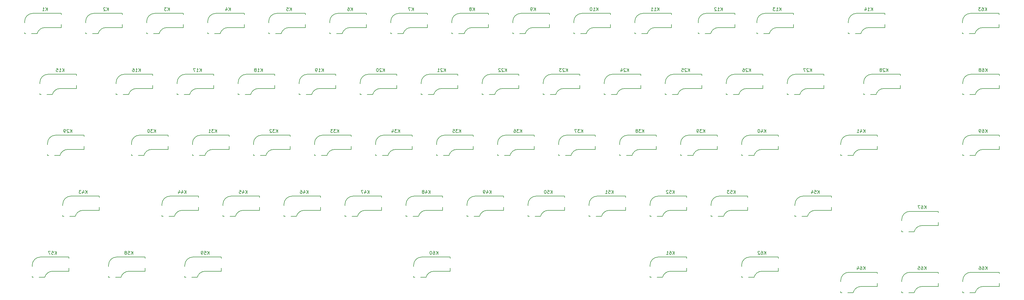
<source format=gbr>
%TF.GenerationSoftware,KiCad,Pcbnew,(5.1.6)-1*%
%TF.CreationDate,2020-08-12T01:37:34-04:00*%
%TF.ProjectId,keybored,6b657962-6f72-4656-942e-6b696361645f,rev?*%
%TF.SameCoordinates,Original*%
%TF.FileFunction,Legend,Bot*%
%TF.FilePolarity,Positive*%
%FSLAX46Y46*%
G04 Gerber Fmt 4.6, Leading zero omitted, Abs format (unit mm)*
G04 Created by KiCad (PCBNEW (5.1.6)-1) date 2020-08-12 01:37:34*
%MOMM*%
%LPD*%
G01*
G04 APERTURE LIST*
%ADD10C,0.150000*%
G04 APERTURE END LIST*
D10*
%TO.C,K4*%
X131286250Y-107315000D02*
X131286250Y-107696000D01*
X122396250Y-107315000D02*
X131286250Y-107315000D01*
X119856250Y-109855000D02*
X119856250Y-110236000D01*
X120237250Y-113665000D02*
X119856250Y-113665000D01*
X123742088Y-113665000D02*
X122015250Y-113665000D01*
X131286250Y-111760000D02*
X126206250Y-111760000D01*
X131286250Y-110744000D02*
X131286250Y-111760000D01*
X119856250Y-113284000D02*
X119856250Y-113665000D01*
X123742088Y-113683960D02*
G75*
G02*
X126206250Y-111760000I2464162J-616040D01*
G01*
X119856250Y-109855000D02*
G75*
G02*
X122396250Y-107315000I2540000J0D01*
G01*
%TO.C,K7*%
X188436250Y-107315000D02*
X188436250Y-107696000D01*
X179546250Y-107315000D02*
X188436250Y-107315000D01*
X177006250Y-109855000D02*
X177006250Y-110236000D01*
X177387250Y-113665000D02*
X177006250Y-113665000D01*
X180892088Y-113665000D02*
X179165250Y-113665000D01*
X188436250Y-111760000D02*
X183356250Y-111760000D01*
X188436250Y-110744000D02*
X188436250Y-111760000D01*
X177006250Y-113284000D02*
X177006250Y-113665000D01*
X180892088Y-113683960D02*
G75*
G02*
X183356250Y-111760000I2464162J-616040D01*
G01*
X177006250Y-109855000D02*
G75*
G02*
X179546250Y-107315000I2540000J0D01*
G01*
%TO.C,K29*%
X69850000Y-151384000D02*
X69850000Y-151765000D01*
X81280000Y-148844000D02*
X81280000Y-149860000D01*
X81280000Y-149860000D02*
X76200000Y-149860000D01*
X73735838Y-151765000D02*
X72009000Y-151765000D01*
X70231000Y-151765000D02*
X69850000Y-151765000D01*
X69850000Y-147955000D02*
X69850000Y-148336000D01*
X72390000Y-145415000D02*
X81280000Y-145415000D01*
X81280000Y-145415000D02*
X81280000Y-145796000D01*
X69850000Y-147955000D02*
G75*
G02*
X72390000Y-145415000I2540000J0D01*
G01*
X73735838Y-151783960D02*
G75*
G02*
X76200000Y-149860000I2464162J-616040D01*
G01*
%TO.C,K3*%
X112236250Y-107315000D02*
X112236250Y-107696000D01*
X103346250Y-107315000D02*
X112236250Y-107315000D01*
X100806250Y-109855000D02*
X100806250Y-110236000D01*
X101187250Y-113665000D02*
X100806250Y-113665000D01*
X104692088Y-113665000D02*
X102965250Y-113665000D01*
X112236250Y-111760000D02*
X107156250Y-111760000D01*
X112236250Y-110744000D02*
X112236250Y-111760000D01*
X100806250Y-113284000D02*
X100806250Y-113665000D01*
X104692088Y-113683960D02*
G75*
G02*
X107156250Y-111760000I2464162J-616040D01*
G01*
X100806250Y-109855000D02*
G75*
G02*
X103346250Y-107315000I2540000J0D01*
G01*
%TO.C,K16*%
X102711250Y-126365000D02*
X102711250Y-126746000D01*
X93821250Y-126365000D02*
X102711250Y-126365000D01*
X91281250Y-128905000D02*
X91281250Y-129286000D01*
X91662250Y-132715000D02*
X91281250Y-132715000D01*
X95167088Y-132715000D02*
X93440250Y-132715000D01*
X102711250Y-130810000D02*
X97631250Y-130810000D01*
X102711250Y-129794000D02*
X102711250Y-130810000D01*
X91281250Y-132334000D02*
X91281250Y-132715000D01*
X95167088Y-132733960D02*
G75*
G02*
X97631250Y-130810000I2464162J-616040D01*
G01*
X91281250Y-128905000D02*
G75*
G02*
X93821250Y-126365000I2540000J0D01*
G01*
%TO.C,K1*%
X74136250Y-107315000D02*
X74136250Y-107696000D01*
X65246250Y-107315000D02*
X74136250Y-107315000D01*
X62706250Y-109855000D02*
X62706250Y-110236000D01*
X63087250Y-113665000D02*
X62706250Y-113665000D01*
X66592088Y-113665000D02*
X64865250Y-113665000D01*
X74136250Y-111760000D02*
X69056250Y-111760000D01*
X74136250Y-110744000D02*
X74136250Y-111760000D01*
X62706250Y-113284000D02*
X62706250Y-113665000D01*
X66592088Y-113683960D02*
G75*
G02*
X69056250Y-111760000I2464162J-616040D01*
G01*
X62706250Y-109855000D02*
G75*
G02*
X65246250Y-107315000I2540000J0D01*
G01*
%TO.C,K2*%
X93186250Y-107315000D02*
X93186250Y-107696000D01*
X84296250Y-107315000D02*
X93186250Y-107315000D01*
X81756250Y-109855000D02*
X81756250Y-110236000D01*
X82137250Y-113665000D02*
X81756250Y-113665000D01*
X85642088Y-113665000D02*
X83915250Y-113665000D01*
X93186250Y-111760000D02*
X88106250Y-111760000D01*
X93186250Y-110744000D02*
X93186250Y-111760000D01*
X81756250Y-113284000D02*
X81756250Y-113665000D01*
X85642088Y-113683960D02*
G75*
G02*
X88106250Y-111760000I2464162J-616040D01*
G01*
X81756250Y-109855000D02*
G75*
G02*
X84296250Y-107315000I2540000J0D01*
G01*
%TO.C,K18*%
X129381250Y-132334000D02*
X129381250Y-132715000D01*
X140811250Y-129794000D02*
X140811250Y-130810000D01*
X140811250Y-130810000D02*
X135731250Y-130810000D01*
X133267088Y-132715000D02*
X131540250Y-132715000D01*
X129762250Y-132715000D02*
X129381250Y-132715000D01*
X129381250Y-128905000D02*
X129381250Y-129286000D01*
X131921250Y-126365000D02*
X140811250Y-126365000D01*
X140811250Y-126365000D02*
X140811250Y-126746000D01*
X129381250Y-128905000D02*
G75*
G02*
X131921250Y-126365000I2540000J0D01*
G01*
X133267088Y-132733960D02*
G75*
G02*
X135731250Y-130810000I2464162J-616040D01*
G01*
%TO.C,K5*%
X138906250Y-113284000D02*
X138906250Y-113665000D01*
X150336250Y-110744000D02*
X150336250Y-111760000D01*
X150336250Y-111760000D02*
X145256250Y-111760000D01*
X142792088Y-113665000D02*
X141065250Y-113665000D01*
X139287250Y-113665000D02*
X138906250Y-113665000D01*
X138906250Y-109855000D02*
X138906250Y-110236000D01*
X141446250Y-107315000D02*
X150336250Y-107315000D01*
X150336250Y-107315000D02*
X150336250Y-107696000D01*
X138906250Y-109855000D02*
G75*
G02*
X141446250Y-107315000I2540000J0D01*
G01*
X142792088Y-113683960D02*
G75*
G02*
X145256250Y-111760000I2464162J-616040D01*
G01*
%TO.C,K6*%
X157956250Y-113284000D02*
X157956250Y-113665000D01*
X169386250Y-110744000D02*
X169386250Y-111760000D01*
X169386250Y-111760000D02*
X164306250Y-111760000D01*
X161842088Y-113665000D02*
X160115250Y-113665000D01*
X158337250Y-113665000D02*
X157956250Y-113665000D01*
X157956250Y-109855000D02*
X157956250Y-110236000D01*
X160496250Y-107315000D02*
X169386250Y-107315000D01*
X169386250Y-107315000D02*
X169386250Y-107696000D01*
X157956250Y-109855000D02*
G75*
G02*
X160496250Y-107315000I2540000J0D01*
G01*
X161842088Y-113683960D02*
G75*
G02*
X164306250Y-111760000I2464162J-616040D01*
G01*
%TO.C,K8*%
X196056250Y-113284000D02*
X196056250Y-113665000D01*
X207486250Y-110744000D02*
X207486250Y-111760000D01*
X207486250Y-111760000D02*
X202406250Y-111760000D01*
X199942088Y-113665000D02*
X198215250Y-113665000D01*
X196437250Y-113665000D02*
X196056250Y-113665000D01*
X196056250Y-109855000D02*
X196056250Y-110236000D01*
X198596250Y-107315000D02*
X207486250Y-107315000D01*
X207486250Y-107315000D02*
X207486250Y-107696000D01*
X196056250Y-109855000D02*
G75*
G02*
X198596250Y-107315000I2540000J0D01*
G01*
X199942088Y-113683960D02*
G75*
G02*
X202406250Y-111760000I2464162J-616040D01*
G01*
%TO.C,K9*%
X215106250Y-113284000D02*
X215106250Y-113665000D01*
X226536250Y-110744000D02*
X226536250Y-111760000D01*
X226536250Y-111760000D02*
X221456250Y-111760000D01*
X218992088Y-113665000D02*
X217265250Y-113665000D01*
X215487250Y-113665000D02*
X215106250Y-113665000D01*
X215106250Y-109855000D02*
X215106250Y-110236000D01*
X217646250Y-107315000D02*
X226536250Y-107315000D01*
X226536250Y-107315000D02*
X226536250Y-107696000D01*
X215106250Y-109855000D02*
G75*
G02*
X217646250Y-107315000I2540000J0D01*
G01*
X218992088Y-113683960D02*
G75*
G02*
X221456250Y-111760000I2464162J-616040D01*
G01*
%TO.C,K10*%
X234156250Y-113284000D02*
X234156250Y-113665000D01*
X245586250Y-110744000D02*
X245586250Y-111760000D01*
X245586250Y-111760000D02*
X240506250Y-111760000D01*
X238042088Y-113665000D02*
X236315250Y-113665000D01*
X234537250Y-113665000D02*
X234156250Y-113665000D01*
X234156250Y-109855000D02*
X234156250Y-110236000D01*
X236696250Y-107315000D02*
X245586250Y-107315000D01*
X245586250Y-107315000D02*
X245586250Y-107696000D01*
X234156250Y-109855000D02*
G75*
G02*
X236696250Y-107315000I2540000J0D01*
G01*
X238042088Y-113683960D02*
G75*
G02*
X240506250Y-111760000I2464162J-616040D01*
G01*
%TO.C,K11*%
X253206250Y-113284000D02*
X253206250Y-113665000D01*
X264636250Y-110744000D02*
X264636250Y-111760000D01*
X264636250Y-111760000D02*
X259556250Y-111760000D01*
X257092088Y-113665000D02*
X255365250Y-113665000D01*
X253587250Y-113665000D02*
X253206250Y-113665000D01*
X253206250Y-109855000D02*
X253206250Y-110236000D01*
X255746250Y-107315000D02*
X264636250Y-107315000D01*
X264636250Y-107315000D02*
X264636250Y-107696000D01*
X253206250Y-109855000D02*
G75*
G02*
X255746250Y-107315000I2540000J0D01*
G01*
X257092088Y-113683960D02*
G75*
G02*
X259556250Y-111760000I2464162J-616040D01*
G01*
%TO.C,K12*%
X272993750Y-113284000D02*
X272993750Y-113665000D01*
X284423750Y-110744000D02*
X284423750Y-111760000D01*
X284423750Y-111760000D02*
X279343750Y-111760000D01*
X276879588Y-113665000D02*
X275152750Y-113665000D01*
X273374750Y-113665000D02*
X272993750Y-113665000D01*
X272993750Y-109855000D02*
X272993750Y-110236000D01*
X275533750Y-107315000D02*
X284423750Y-107315000D01*
X284423750Y-107315000D02*
X284423750Y-107696000D01*
X272993750Y-109855000D02*
G75*
G02*
X275533750Y-107315000I2540000J0D01*
G01*
X276879588Y-113683960D02*
G75*
G02*
X279343750Y-111760000I2464162J-616040D01*
G01*
%TO.C,K13*%
X302736250Y-107315000D02*
X302736250Y-107696000D01*
X293846250Y-107315000D02*
X302736250Y-107315000D01*
X291306250Y-109855000D02*
X291306250Y-110236000D01*
X291687250Y-113665000D02*
X291306250Y-113665000D01*
X295192088Y-113665000D02*
X293465250Y-113665000D01*
X302736250Y-111760000D02*
X297656250Y-111760000D01*
X302736250Y-110744000D02*
X302736250Y-111760000D01*
X291306250Y-113284000D02*
X291306250Y-113665000D01*
X295192088Y-113683960D02*
G75*
G02*
X297656250Y-111760000I2464162J-616040D01*
G01*
X291306250Y-109855000D02*
G75*
G02*
X293846250Y-107315000I2540000J0D01*
G01*
%TO.C,K14*%
X319881250Y-113284000D02*
X319881250Y-113665000D01*
X331311250Y-110744000D02*
X331311250Y-111760000D01*
X331311250Y-111760000D02*
X326231250Y-111760000D01*
X323767088Y-113665000D02*
X322040250Y-113665000D01*
X320262250Y-113665000D02*
X319881250Y-113665000D01*
X319881250Y-109855000D02*
X319881250Y-110236000D01*
X322421250Y-107315000D02*
X331311250Y-107315000D01*
X331311250Y-107315000D02*
X331311250Y-107696000D01*
X319881250Y-109855000D02*
G75*
G02*
X322421250Y-107315000I2540000J0D01*
G01*
X323767088Y-113683960D02*
G75*
G02*
X326231250Y-111760000I2464162J-616040D01*
G01*
%TO.C,K15*%
X78898750Y-126365000D02*
X78898750Y-126746000D01*
X70008750Y-126365000D02*
X78898750Y-126365000D01*
X67468750Y-128905000D02*
X67468750Y-129286000D01*
X67849750Y-132715000D02*
X67468750Y-132715000D01*
X71354588Y-132715000D02*
X69627750Y-132715000D01*
X78898750Y-130810000D02*
X73818750Y-130810000D01*
X78898750Y-129794000D02*
X78898750Y-130810000D01*
X67468750Y-132334000D02*
X67468750Y-132715000D01*
X71354588Y-132733960D02*
G75*
G02*
X73818750Y-130810000I2464162J-616040D01*
G01*
X67468750Y-128905000D02*
G75*
G02*
X70008750Y-126365000I2540000J0D01*
G01*
%TO.C,K17*%
X121761250Y-126365000D02*
X121761250Y-126746000D01*
X112871250Y-126365000D02*
X121761250Y-126365000D01*
X110331250Y-128905000D02*
X110331250Y-129286000D01*
X110712250Y-132715000D02*
X110331250Y-132715000D01*
X114217088Y-132715000D02*
X112490250Y-132715000D01*
X121761250Y-130810000D02*
X116681250Y-130810000D01*
X121761250Y-129794000D02*
X121761250Y-130810000D01*
X110331250Y-132334000D02*
X110331250Y-132715000D01*
X114217088Y-132733960D02*
G75*
G02*
X116681250Y-130810000I2464162J-616040D01*
G01*
X110331250Y-128905000D02*
G75*
G02*
X112871250Y-126365000I2540000J0D01*
G01*
%TO.C,K19*%
X159861250Y-126365000D02*
X159861250Y-126746000D01*
X150971250Y-126365000D02*
X159861250Y-126365000D01*
X148431250Y-128905000D02*
X148431250Y-129286000D01*
X148812250Y-132715000D02*
X148431250Y-132715000D01*
X152317088Y-132715000D02*
X150590250Y-132715000D01*
X159861250Y-130810000D02*
X154781250Y-130810000D01*
X159861250Y-129794000D02*
X159861250Y-130810000D01*
X148431250Y-132334000D02*
X148431250Y-132715000D01*
X152317088Y-132733960D02*
G75*
G02*
X154781250Y-130810000I2464162J-616040D01*
G01*
X148431250Y-128905000D02*
G75*
G02*
X150971250Y-126365000I2540000J0D01*
G01*
%TO.C,K20*%
X167481250Y-132334000D02*
X167481250Y-132715000D01*
X178911250Y-129794000D02*
X178911250Y-130810000D01*
X178911250Y-130810000D02*
X173831250Y-130810000D01*
X171367088Y-132715000D02*
X169640250Y-132715000D01*
X167862250Y-132715000D02*
X167481250Y-132715000D01*
X167481250Y-128905000D02*
X167481250Y-129286000D01*
X170021250Y-126365000D02*
X178911250Y-126365000D01*
X178911250Y-126365000D02*
X178911250Y-126746000D01*
X167481250Y-128905000D02*
G75*
G02*
X170021250Y-126365000I2540000J0D01*
G01*
X171367088Y-132733960D02*
G75*
G02*
X173831250Y-130810000I2464162J-616040D01*
G01*
%TO.C,K21*%
X197961250Y-126365000D02*
X197961250Y-126746000D01*
X189071250Y-126365000D02*
X197961250Y-126365000D01*
X186531250Y-128905000D02*
X186531250Y-129286000D01*
X186912250Y-132715000D02*
X186531250Y-132715000D01*
X190417088Y-132715000D02*
X188690250Y-132715000D01*
X197961250Y-130810000D02*
X192881250Y-130810000D01*
X197961250Y-129794000D02*
X197961250Y-130810000D01*
X186531250Y-132334000D02*
X186531250Y-132715000D01*
X190417088Y-132733960D02*
G75*
G02*
X192881250Y-130810000I2464162J-616040D01*
G01*
X186531250Y-128905000D02*
G75*
G02*
X189071250Y-126365000I2540000J0D01*
G01*
%TO.C,K22*%
X205581250Y-132334000D02*
X205581250Y-132715000D01*
X217011250Y-129794000D02*
X217011250Y-130810000D01*
X217011250Y-130810000D02*
X211931250Y-130810000D01*
X209467088Y-132715000D02*
X207740250Y-132715000D01*
X205962250Y-132715000D02*
X205581250Y-132715000D01*
X205581250Y-128905000D02*
X205581250Y-129286000D01*
X208121250Y-126365000D02*
X217011250Y-126365000D01*
X217011250Y-126365000D02*
X217011250Y-126746000D01*
X205581250Y-128905000D02*
G75*
G02*
X208121250Y-126365000I2540000J0D01*
G01*
X209467088Y-132733960D02*
G75*
G02*
X211931250Y-130810000I2464162J-616040D01*
G01*
%TO.C,K23*%
X224631250Y-132334000D02*
X224631250Y-132715000D01*
X236061250Y-129794000D02*
X236061250Y-130810000D01*
X236061250Y-130810000D02*
X230981250Y-130810000D01*
X228517088Y-132715000D02*
X226790250Y-132715000D01*
X225012250Y-132715000D02*
X224631250Y-132715000D01*
X224631250Y-128905000D02*
X224631250Y-129286000D01*
X227171250Y-126365000D02*
X236061250Y-126365000D01*
X236061250Y-126365000D02*
X236061250Y-126746000D01*
X224631250Y-128905000D02*
G75*
G02*
X227171250Y-126365000I2540000J0D01*
G01*
X228517088Y-132733960D02*
G75*
G02*
X230981250Y-130810000I2464162J-616040D01*
G01*
%TO.C,K24*%
X243681250Y-132334000D02*
X243681250Y-132715000D01*
X255111250Y-129794000D02*
X255111250Y-130810000D01*
X255111250Y-130810000D02*
X250031250Y-130810000D01*
X247567088Y-132715000D02*
X245840250Y-132715000D01*
X244062250Y-132715000D02*
X243681250Y-132715000D01*
X243681250Y-128905000D02*
X243681250Y-129286000D01*
X246221250Y-126365000D02*
X255111250Y-126365000D01*
X255111250Y-126365000D02*
X255111250Y-126746000D01*
X243681250Y-128905000D02*
G75*
G02*
X246221250Y-126365000I2540000J0D01*
G01*
X247567088Y-132733960D02*
G75*
G02*
X250031250Y-130810000I2464162J-616040D01*
G01*
%TO.C,K25*%
X262731250Y-132334000D02*
X262731250Y-132715000D01*
X274161250Y-129794000D02*
X274161250Y-130810000D01*
X274161250Y-130810000D02*
X269081250Y-130810000D01*
X266617088Y-132715000D02*
X264890250Y-132715000D01*
X263112250Y-132715000D02*
X262731250Y-132715000D01*
X262731250Y-128905000D02*
X262731250Y-129286000D01*
X265271250Y-126365000D02*
X274161250Y-126365000D01*
X274161250Y-126365000D02*
X274161250Y-126746000D01*
X262731250Y-128905000D02*
G75*
G02*
X265271250Y-126365000I2540000J0D01*
G01*
X266617088Y-132733960D02*
G75*
G02*
X269081250Y-130810000I2464162J-616040D01*
G01*
%TO.C,K26*%
X281781250Y-132334000D02*
X281781250Y-132715000D01*
X293211250Y-129794000D02*
X293211250Y-130810000D01*
X293211250Y-130810000D02*
X288131250Y-130810000D01*
X285667088Y-132715000D02*
X283940250Y-132715000D01*
X282162250Y-132715000D02*
X281781250Y-132715000D01*
X281781250Y-128905000D02*
X281781250Y-129286000D01*
X284321250Y-126365000D02*
X293211250Y-126365000D01*
X293211250Y-126365000D02*
X293211250Y-126746000D01*
X281781250Y-128905000D02*
G75*
G02*
X284321250Y-126365000I2540000J0D01*
G01*
X285667088Y-132733960D02*
G75*
G02*
X288131250Y-130810000I2464162J-616040D01*
G01*
%TO.C,K27*%
X312261250Y-126365000D02*
X312261250Y-126746000D01*
X303371250Y-126365000D02*
X312261250Y-126365000D01*
X300831250Y-128905000D02*
X300831250Y-129286000D01*
X301212250Y-132715000D02*
X300831250Y-132715000D01*
X304717088Y-132715000D02*
X302990250Y-132715000D01*
X312261250Y-130810000D02*
X307181250Y-130810000D01*
X312261250Y-129794000D02*
X312261250Y-130810000D01*
X300831250Y-132334000D02*
X300831250Y-132715000D01*
X304717088Y-132733960D02*
G75*
G02*
X307181250Y-130810000I2464162J-616040D01*
G01*
X300831250Y-128905000D02*
G75*
G02*
X303371250Y-126365000I2540000J0D01*
G01*
%TO.C,K28*%
X336073750Y-126365000D02*
X336073750Y-126746000D01*
X327183750Y-126365000D02*
X336073750Y-126365000D01*
X324643750Y-128905000D02*
X324643750Y-129286000D01*
X325024750Y-132715000D02*
X324643750Y-132715000D01*
X328529588Y-132715000D02*
X326802750Y-132715000D01*
X336073750Y-130810000D02*
X330993750Y-130810000D01*
X336073750Y-129794000D02*
X336073750Y-130810000D01*
X324643750Y-132334000D02*
X324643750Y-132715000D01*
X328529588Y-132733960D02*
G75*
G02*
X330993750Y-130810000I2464162J-616040D01*
G01*
X324643750Y-128905000D02*
G75*
G02*
X327183750Y-126365000I2540000J0D01*
G01*
%TO.C,K30*%
X96043750Y-151384000D02*
X96043750Y-151765000D01*
X107473750Y-148844000D02*
X107473750Y-149860000D01*
X107473750Y-149860000D02*
X102393750Y-149860000D01*
X99929588Y-151765000D02*
X98202750Y-151765000D01*
X96424750Y-151765000D02*
X96043750Y-151765000D01*
X96043750Y-147955000D02*
X96043750Y-148336000D01*
X98583750Y-145415000D02*
X107473750Y-145415000D01*
X107473750Y-145415000D02*
X107473750Y-145796000D01*
X96043750Y-147955000D02*
G75*
G02*
X98583750Y-145415000I2540000J0D01*
G01*
X99929588Y-151783960D02*
G75*
G02*
X102393750Y-149860000I2464162J-616040D01*
G01*
%TO.C,K31*%
X126523750Y-145415000D02*
X126523750Y-145796000D01*
X117633750Y-145415000D02*
X126523750Y-145415000D01*
X115093750Y-147955000D02*
X115093750Y-148336000D01*
X115474750Y-151765000D02*
X115093750Y-151765000D01*
X118979588Y-151765000D02*
X117252750Y-151765000D01*
X126523750Y-149860000D02*
X121443750Y-149860000D01*
X126523750Y-148844000D02*
X126523750Y-149860000D01*
X115093750Y-151384000D02*
X115093750Y-151765000D01*
X118979588Y-151783960D02*
G75*
G02*
X121443750Y-149860000I2464162J-616040D01*
G01*
X115093750Y-147955000D02*
G75*
G02*
X117633750Y-145415000I2540000J0D01*
G01*
%TO.C,K32*%
X134143750Y-151384000D02*
X134143750Y-151765000D01*
X145573750Y-148844000D02*
X145573750Y-149860000D01*
X145573750Y-149860000D02*
X140493750Y-149860000D01*
X138029588Y-151765000D02*
X136302750Y-151765000D01*
X134524750Y-151765000D02*
X134143750Y-151765000D01*
X134143750Y-147955000D02*
X134143750Y-148336000D01*
X136683750Y-145415000D02*
X145573750Y-145415000D01*
X145573750Y-145415000D02*
X145573750Y-145796000D01*
X134143750Y-147955000D02*
G75*
G02*
X136683750Y-145415000I2540000J0D01*
G01*
X138029588Y-151783960D02*
G75*
G02*
X140493750Y-149860000I2464162J-616040D01*
G01*
%TO.C,K33*%
X153193750Y-151384000D02*
X153193750Y-151765000D01*
X164623750Y-148844000D02*
X164623750Y-149860000D01*
X164623750Y-149860000D02*
X159543750Y-149860000D01*
X157079588Y-151765000D02*
X155352750Y-151765000D01*
X153574750Y-151765000D02*
X153193750Y-151765000D01*
X153193750Y-147955000D02*
X153193750Y-148336000D01*
X155733750Y-145415000D02*
X164623750Y-145415000D01*
X164623750Y-145415000D02*
X164623750Y-145796000D01*
X153193750Y-147955000D02*
G75*
G02*
X155733750Y-145415000I2540000J0D01*
G01*
X157079588Y-151783960D02*
G75*
G02*
X159543750Y-149860000I2464162J-616040D01*
G01*
%TO.C,K34*%
X172243750Y-151384000D02*
X172243750Y-151765000D01*
X183673750Y-148844000D02*
X183673750Y-149860000D01*
X183673750Y-149860000D02*
X178593750Y-149860000D01*
X176129588Y-151765000D02*
X174402750Y-151765000D01*
X172624750Y-151765000D02*
X172243750Y-151765000D01*
X172243750Y-147955000D02*
X172243750Y-148336000D01*
X174783750Y-145415000D02*
X183673750Y-145415000D01*
X183673750Y-145415000D02*
X183673750Y-145796000D01*
X172243750Y-147955000D02*
G75*
G02*
X174783750Y-145415000I2540000J0D01*
G01*
X176129588Y-151783960D02*
G75*
G02*
X178593750Y-149860000I2464162J-616040D01*
G01*
%TO.C,K35*%
X191293750Y-151384000D02*
X191293750Y-151765000D01*
X202723750Y-148844000D02*
X202723750Y-149860000D01*
X202723750Y-149860000D02*
X197643750Y-149860000D01*
X195179588Y-151765000D02*
X193452750Y-151765000D01*
X191674750Y-151765000D02*
X191293750Y-151765000D01*
X191293750Y-147955000D02*
X191293750Y-148336000D01*
X193833750Y-145415000D02*
X202723750Y-145415000D01*
X202723750Y-145415000D02*
X202723750Y-145796000D01*
X191293750Y-147955000D02*
G75*
G02*
X193833750Y-145415000I2540000J0D01*
G01*
X195179588Y-151783960D02*
G75*
G02*
X197643750Y-149860000I2464162J-616040D01*
G01*
%TO.C,K36*%
X221773750Y-145415000D02*
X221773750Y-145796000D01*
X212883750Y-145415000D02*
X221773750Y-145415000D01*
X210343750Y-147955000D02*
X210343750Y-148336000D01*
X210724750Y-151765000D02*
X210343750Y-151765000D01*
X214229588Y-151765000D02*
X212502750Y-151765000D01*
X221773750Y-149860000D02*
X216693750Y-149860000D01*
X221773750Y-148844000D02*
X221773750Y-149860000D01*
X210343750Y-151384000D02*
X210343750Y-151765000D01*
X214229588Y-151783960D02*
G75*
G02*
X216693750Y-149860000I2464162J-616040D01*
G01*
X210343750Y-147955000D02*
G75*
G02*
X212883750Y-145415000I2540000J0D01*
G01*
%TO.C,K37*%
X229393750Y-151384000D02*
X229393750Y-151765000D01*
X240823750Y-148844000D02*
X240823750Y-149860000D01*
X240823750Y-149860000D02*
X235743750Y-149860000D01*
X233279588Y-151765000D02*
X231552750Y-151765000D01*
X229774750Y-151765000D02*
X229393750Y-151765000D01*
X229393750Y-147955000D02*
X229393750Y-148336000D01*
X231933750Y-145415000D02*
X240823750Y-145415000D01*
X240823750Y-145415000D02*
X240823750Y-145796000D01*
X229393750Y-147955000D02*
G75*
G02*
X231933750Y-145415000I2540000J0D01*
G01*
X233279588Y-151783960D02*
G75*
G02*
X235743750Y-149860000I2464162J-616040D01*
G01*
%TO.C,K38*%
X248443750Y-151384000D02*
X248443750Y-151765000D01*
X259873750Y-148844000D02*
X259873750Y-149860000D01*
X259873750Y-149860000D02*
X254793750Y-149860000D01*
X252329588Y-151765000D02*
X250602750Y-151765000D01*
X248824750Y-151765000D02*
X248443750Y-151765000D01*
X248443750Y-147955000D02*
X248443750Y-148336000D01*
X250983750Y-145415000D02*
X259873750Y-145415000D01*
X259873750Y-145415000D02*
X259873750Y-145796000D01*
X248443750Y-147955000D02*
G75*
G02*
X250983750Y-145415000I2540000J0D01*
G01*
X252329588Y-151783960D02*
G75*
G02*
X254793750Y-149860000I2464162J-616040D01*
G01*
%TO.C,K39*%
X267493750Y-151384000D02*
X267493750Y-151765000D01*
X278923750Y-148844000D02*
X278923750Y-149860000D01*
X278923750Y-149860000D02*
X273843750Y-149860000D01*
X271379588Y-151765000D02*
X269652750Y-151765000D01*
X267874750Y-151765000D02*
X267493750Y-151765000D01*
X267493750Y-147955000D02*
X267493750Y-148336000D01*
X270033750Y-145415000D02*
X278923750Y-145415000D01*
X278923750Y-145415000D02*
X278923750Y-145796000D01*
X267493750Y-147955000D02*
G75*
G02*
X270033750Y-145415000I2540000J0D01*
G01*
X271379588Y-151783960D02*
G75*
G02*
X273843750Y-149860000I2464162J-616040D01*
G01*
%TO.C,K40*%
X286543750Y-151384000D02*
X286543750Y-151765000D01*
X297973750Y-148844000D02*
X297973750Y-149860000D01*
X297973750Y-149860000D02*
X292893750Y-149860000D01*
X290429588Y-151765000D02*
X288702750Y-151765000D01*
X286924750Y-151765000D02*
X286543750Y-151765000D01*
X286543750Y-147955000D02*
X286543750Y-148336000D01*
X289083750Y-145415000D02*
X297973750Y-145415000D01*
X297973750Y-145415000D02*
X297973750Y-145796000D01*
X286543750Y-147955000D02*
G75*
G02*
X289083750Y-145415000I2540000J0D01*
G01*
X290429588Y-151783960D02*
G75*
G02*
X292893750Y-149860000I2464162J-616040D01*
G01*
%TO.C,K41*%
X317500000Y-151384000D02*
X317500000Y-151765000D01*
X328930000Y-148844000D02*
X328930000Y-149860000D01*
X328930000Y-149860000D02*
X323850000Y-149860000D01*
X321385838Y-151765000D02*
X319659000Y-151765000D01*
X317881000Y-151765000D02*
X317500000Y-151765000D01*
X317500000Y-147955000D02*
X317500000Y-148336000D01*
X320040000Y-145415000D02*
X328930000Y-145415000D01*
X328930000Y-145415000D02*
X328930000Y-145796000D01*
X317500000Y-147955000D02*
G75*
G02*
X320040000Y-145415000I2540000J0D01*
G01*
X321385838Y-151783960D02*
G75*
G02*
X323850000Y-149860000I2464162J-616040D01*
G01*
%TO.C,K43*%
X74612500Y-170434000D02*
X74612500Y-170815000D01*
X86042500Y-167894000D02*
X86042500Y-168910000D01*
X86042500Y-168910000D02*
X80962500Y-168910000D01*
X78498338Y-170815000D02*
X76771500Y-170815000D01*
X74993500Y-170815000D02*
X74612500Y-170815000D01*
X74612500Y-167005000D02*
X74612500Y-167386000D01*
X77152500Y-164465000D02*
X86042500Y-164465000D01*
X86042500Y-164465000D02*
X86042500Y-164846000D01*
X74612500Y-167005000D02*
G75*
G02*
X77152500Y-164465000I2540000J0D01*
G01*
X78498338Y-170833960D02*
G75*
G02*
X80962500Y-168910000I2464162J-616040D01*
G01*
%TO.C,K44*%
X116998750Y-164465000D02*
X116998750Y-164846000D01*
X108108750Y-164465000D02*
X116998750Y-164465000D01*
X105568750Y-167005000D02*
X105568750Y-167386000D01*
X105949750Y-170815000D02*
X105568750Y-170815000D01*
X109454588Y-170815000D02*
X107727750Y-170815000D01*
X116998750Y-168910000D02*
X111918750Y-168910000D01*
X116998750Y-167894000D02*
X116998750Y-168910000D01*
X105568750Y-170434000D02*
X105568750Y-170815000D01*
X109454588Y-170833960D02*
G75*
G02*
X111918750Y-168910000I2464162J-616040D01*
G01*
X105568750Y-167005000D02*
G75*
G02*
X108108750Y-164465000I2540000J0D01*
G01*
%TO.C,K45*%
X136048750Y-164465000D02*
X136048750Y-164846000D01*
X127158750Y-164465000D02*
X136048750Y-164465000D01*
X124618750Y-167005000D02*
X124618750Y-167386000D01*
X124999750Y-170815000D02*
X124618750Y-170815000D01*
X128504588Y-170815000D02*
X126777750Y-170815000D01*
X136048750Y-168910000D02*
X130968750Y-168910000D01*
X136048750Y-167894000D02*
X136048750Y-168910000D01*
X124618750Y-170434000D02*
X124618750Y-170815000D01*
X128504588Y-170833960D02*
G75*
G02*
X130968750Y-168910000I2464162J-616040D01*
G01*
X124618750Y-167005000D02*
G75*
G02*
X127158750Y-164465000I2540000J0D01*
G01*
%TO.C,K46*%
X155098750Y-164465000D02*
X155098750Y-164846000D01*
X146208750Y-164465000D02*
X155098750Y-164465000D01*
X143668750Y-167005000D02*
X143668750Y-167386000D01*
X144049750Y-170815000D02*
X143668750Y-170815000D01*
X147554588Y-170815000D02*
X145827750Y-170815000D01*
X155098750Y-168910000D02*
X150018750Y-168910000D01*
X155098750Y-167894000D02*
X155098750Y-168910000D01*
X143668750Y-170434000D02*
X143668750Y-170815000D01*
X147554588Y-170833960D02*
G75*
G02*
X150018750Y-168910000I2464162J-616040D01*
G01*
X143668750Y-167005000D02*
G75*
G02*
X146208750Y-164465000I2540000J0D01*
G01*
%TO.C,K47*%
X162718750Y-170434000D02*
X162718750Y-170815000D01*
X174148750Y-167894000D02*
X174148750Y-168910000D01*
X174148750Y-168910000D02*
X169068750Y-168910000D01*
X166604588Y-170815000D02*
X164877750Y-170815000D01*
X163099750Y-170815000D02*
X162718750Y-170815000D01*
X162718750Y-167005000D02*
X162718750Y-167386000D01*
X165258750Y-164465000D02*
X174148750Y-164465000D01*
X174148750Y-164465000D02*
X174148750Y-164846000D01*
X162718750Y-167005000D02*
G75*
G02*
X165258750Y-164465000I2540000J0D01*
G01*
X166604588Y-170833960D02*
G75*
G02*
X169068750Y-168910000I2464162J-616040D01*
G01*
%TO.C,K48*%
X193198750Y-164465000D02*
X193198750Y-164846000D01*
X184308750Y-164465000D02*
X193198750Y-164465000D01*
X181768750Y-167005000D02*
X181768750Y-167386000D01*
X182149750Y-170815000D02*
X181768750Y-170815000D01*
X185654588Y-170815000D02*
X183927750Y-170815000D01*
X193198750Y-168910000D02*
X188118750Y-168910000D01*
X193198750Y-167894000D02*
X193198750Y-168910000D01*
X181768750Y-170434000D02*
X181768750Y-170815000D01*
X185654588Y-170833960D02*
G75*
G02*
X188118750Y-168910000I2464162J-616040D01*
G01*
X181768750Y-167005000D02*
G75*
G02*
X184308750Y-164465000I2540000J0D01*
G01*
%TO.C,K49*%
X200818750Y-170434000D02*
X200818750Y-170815000D01*
X212248750Y-167894000D02*
X212248750Y-168910000D01*
X212248750Y-168910000D02*
X207168750Y-168910000D01*
X204704588Y-170815000D02*
X202977750Y-170815000D01*
X201199750Y-170815000D02*
X200818750Y-170815000D01*
X200818750Y-167005000D02*
X200818750Y-167386000D01*
X203358750Y-164465000D02*
X212248750Y-164465000D01*
X212248750Y-164465000D02*
X212248750Y-164846000D01*
X200818750Y-167005000D02*
G75*
G02*
X203358750Y-164465000I2540000J0D01*
G01*
X204704588Y-170833960D02*
G75*
G02*
X207168750Y-168910000I2464162J-616040D01*
G01*
%TO.C,K50*%
X231298750Y-164465000D02*
X231298750Y-164846000D01*
X222408750Y-164465000D02*
X231298750Y-164465000D01*
X219868750Y-167005000D02*
X219868750Y-167386000D01*
X220249750Y-170815000D02*
X219868750Y-170815000D01*
X223754588Y-170815000D02*
X222027750Y-170815000D01*
X231298750Y-168910000D02*
X226218750Y-168910000D01*
X231298750Y-167894000D02*
X231298750Y-168910000D01*
X219868750Y-170434000D02*
X219868750Y-170815000D01*
X223754588Y-170833960D02*
G75*
G02*
X226218750Y-168910000I2464162J-616040D01*
G01*
X219868750Y-167005000D02*
G75*
G02*
X222408750Y-164465000I2540000J0D01*
G01*
%TO.C,K51*%
X238918750Y-170434000D02*
X238918750Y-170815000D01*
X250348750Y-167894000D02*
X250348750Y-168910000D01*
X250348750Y-168910000D02*
X245268750Y-168910000D01*
X242804588Y-170815000D02*
X241077750Y-170815000D01*
X239299750Y-170815000D02*
X238918750Y-170815000D01*
X238918750Y-167005000D02*
X238918750Y-167386000D01*
X241458750Y-164465000D02*
X250348750Y-164465000D01*
X250348750Y-164465000D02*
X250348750Y-164846000D01*
X238918750Y-167005000D02*
G75*
G02*
X241458750Y-164465000I2540000J0D01*
G01*
X242804588Y-170833960D02*
G75*
G02*
X245268750Y-168910000I2464162J-616040D01*
G01*
%TO.C,K52*%
X257968750Y-170434000D02*
X257968750Y-170815000D01*
X269398750Y-167894000D02*
X269398750Y-168910000D01*
X269398750Y-168910000D02*
X264318750Y-168910000D01*
X261854588Y-170815000D02*
X260127750Y-170815000D01*
X258349750Y-170815000D02*
X257968750Y-170815000D01*
X257968750Y-167005000D02*
X257968750Y-167386000D01*
X260508750Y-164465000D02*
X269398750Y-164465000D01*
X269398750Y-164465000D02*
X269398750Y-164846000D01*
X257968750Y-167005000D02*
G75*
G02*
X260508750Y-164465000I2540000J0D01*
G01*
X261854588Y-170833960D02*
G75*
G02*
X264318750Y-168910000I2464162J-616040D01*
G01*
%TO.C,K53*%
X277018750Y-170434000D02*
X277018750Y-170815000D01*
X288448750Y-167894000D02*
X288448750Y-168910000D01*
X288448750Y-168910000D02*
X283368750Y-168910000D01*
X280904588Y-170815000D02*
X279177750Y-170815000D01*
X277399750Y-170815000D02*
X277018750Y-170815000D01*
X277018750Y-167005000D02*
X277018750Y-167386000D01*
X279558750Y-164465000D02*
X288448750Y-164465000D01*
X288448750Y-164465000D02*
X288448750Y-164846000D01*
X277018750Y-167005000D02*
G75*
G02*
X279558750Y-164465000I2540000J0D01*
G01*
X280904588Y-170833960D02*
G75*
G02*
X283368750Y-168910000I2464162J-616040D01*
G01*
%TO.C,K54*%
X314642500Y-164465000D02*
X314642500Y-164846000D01*
X305752500Y-164465000D02*
X314642500Y-164465000D01*
X303212500Y-167005000D02*
X303212500Y-167386000D01*
X303593500Y-170815000D02*
X303212500Y-170815000D01*
X307098338Y-170815000D02*
X305371500Y-170815000D01*
X314642500Y-168910000D02*
X309562500Y-168910000D01*
X314642500Y-167894000D02*
X314642500Y-168910000D01*
X303212500Y-170434000D02*
X303212500Y-170815000D01*
X307098338Y-170833960D02*
G75*
G02*
X309562500Y-168910000I2464162J-616040D01*
G01*
X303212500Y-167005000D02*
G75*
G02*
X305752500Y-164465000I2540000J0D01*
G01*
%TO.C,K57*%
X65087500Y-189484000D02*
X65087500Y-189865000D01*
X76517500Y-186944000D02*
X76517500Y-187960000D01*
X76517500Y-187960000D02*
X71437500Y-187960000D01*
X68973338Y-189865000D02*
X67246500Y-189865000D01*
X65468500Y-189865000D02*
X65087500Y-189865000D01*
X65087500Y-186055000D02*
X65087500Y-186436000D01*
X67627500Y-183515000D02*
X76517500Y-183515000D01*
X76517500Y-183515000D02*
X76517500Y-183896000D01*
X65087500Y-186055000D02*
G75*
G02*
X67627500Y-183515000I2540000J0D01*
G01*
X68973338Y-189883960D02*
G75*
G02*
X71437500Y-187960000I2464162J-616040D01*
G01*
%TO.C,K58*%
X100330000Y-183515000D02*
X100330000Y-183896000D01*
X91440000Y-183515000D02*
X100330000Y-183515000D01*
X88900000Y-186055000D02*
X88900000Y-186436000D01*
X89281000Y-189865000D02*
X88900000Y-189865000D01*
X92785838Y-189865000D02*
X91059000Y-189865000D01*
X100330000Y-187960000D02*
X95250000Y-187960000D01*
X100330000Y-186944000D02*
X100330000Y-187960000D01*
X88900000Y-189484000D02*
X88900000Y-189865000D01*
X92785838Y-189883960D02*
G75*
G02*
X95250000Y-187960000I2464162J-616040D01*
G01*
X88900000Y-186055000D02*
G75*
G02*
X91440000Y-183515000I2540000J0D01*
G01*
%TO.C,K59*%
X124142500Y-183515000D02*
X124142500Y-183896000D01*
X115252500Y-183515000D02*
X124142500Y-183515000D01*
X112712500Y-186055000D02*
X112712500Y-186436000D01*
X113093500Y-189865000D02*
X112712500Y-189865000D01*
X116598338Y-189865000D02*
X114871500Y-189865000D01*
X124142500Y-187960000D02*
X119062500Y-187960000D01*
X124142500Y-186944000D02*
X124142500Y-187960000D01*
X112712500Y-189484000D02*
X112712500Y-189865000D01*
X116598338Y-189883960D02*
G75*
G02*
X119062500Y-187960000I2464162J-616040D01*
G01*
X112712500Y-186055000D02*
G75*
G02*
X115252500Y-183515000I2540000J0D01*
G01*
%TO.C,K60*%
X195580000Y-183515000D02*
X195580000Y-183896000D01*
X186690000Y-183515000D02*
X195580000Y-183515000D01*
X184150000Y-186055000D02*
X184150000Y-186436000D01*
X184531000Y-189865000D02*
X184150000Y-189865000D01*
X188035838Y-189865000D02*
X186309000Y-189865000D01*
X195580000Y-187960000D02*
X190500000Y-187960000D01*
X195580000Y-186944000D02*
X195580000Y-187960000D01*
X184150000Y-189484000D02*
X184150000Y-189865000D01*
X188035838Y-189883960D02*
G75*
G02*
X190500000Y-187960000I2464162J-616040D01*
G01*
X184150000Y-186055000D02*
G75*
G02*
X186690000Y-183515000I2540000J0D01*
G01*
%TO.C,K61*%
X269398750Y-183515000D02*
X269398750Y-183896000D01*
X260508750Y-183515000D02*
X269398750Y-183515000D01*
X257968750Y-186055000D02*
X257968750Y-186436000D01*
X258349750Y-189865000D02*
X257968750Y-189865000D01*
X261854588Y-189865000D02*
X260127750Y-189865000D01*
X269398750Y-187960000D02*
X264318750Y-187960000D01*
X269398750Y-186944000D02*
X269398750Y-187960000D01*
X257968750Y-189484000D02*
X257968750Y-189865000D01*
X261854588Y-189883960D02*
G75*
G02*
X264318750Y-187960000I2464162J-616040D01*
G01*
X257968750Y-186055000D02*
G75*
G02*
X260508750Y-183515000I2540000J0D01*
G01*
%TO.C,K62*%
X297973750Y-183515000D02*
X297973750Y-183896000D01*
X289083750Y-183515000D02*
X297973750Y-183515000D01*
X286543750Y-186055000D02*
X286543750Y-186436000D01*
X286924750Y-189865000D02*
X286543750Y-189865000D01*
X290429588Y-189865000D02*
X288702750Y-189865000D01*
X297973750Y-187960000D02*
X292893750Y-187960000D01*
X297973750Y-186944000D02*
X297973750Y-187960000D01*
X286543750Y-189484000D02*
X286543750Y-189865000D01*
X290429588Y-189883960D02*
G75*
G02*
X292893750Y-187960000I2464162J-616040D01*
G01*
X286543750Y-186055000D02*
G75*
G02*
X289083750Y-183515000I2540000J0D01*
G01*
%TO.C,K63*%
X355500000Y-113284000D02*
X355500000Y-113665000D01*
X366930000Y-110744000D02*
X366930000Y-111760000D01*
X366930000Y-111760000D02*
X361850000Y-111760000D01*
X359385838Y-113665000D02*
X357659000Y-113665000D01*
X355881000Y-113665000D02*
X355500000Y-113665000D01*
X355500000Y-109855000D02*
X355500000Y-110236000D01*
X358040000Y-107315000D02*
X366930000Y-107315000D01*
X366930000Y-107315000D02*
X366930000Y-107696000D01*
X355500000Y-109855000D02*
G75*
G02*
X358040000Y-107315000I2540000J0D01*
G01*
X359385838Y-113683960D02*
G75*
G02*
X361850000Y-111760000I2464162J-616040D01*
G01*
%TO.C,K64*%
X328930000Y-188277500D02*
X328930000Y-188658500D01*
X320040000Y-188277500D02*
X328930000Y-188277500D01*
X317500000Y-190817500D02*
X317500000Y-191198500D01*
X317881000Y-194627500D02*
X317500000Y-194627500D01*
X321385838Y-194627500D02*
X319659000Y-194627500D01*
X328930000Y-192722500D02*
X323850000Y-192722500D01*
X328930000Y-191706500D02*
X328930000Y-192722500D01*
X317500000Y-194246500D02*
X317500000Y-194627500D01*
X321385838Y-194646460D02*
G75*
G02*
X323850000Y-192722500I2464162J-616040D01*
G01*
X317500000Y-190817500D02*
G75*
G02*
X320040000Y-188277500I2540000J0D01*
G01*
%TO.C,K65*%
X347980000Y-188277500D02*
X347980000Y-188658500D01*
X339090000Y-188277500D02*
X347980000Y-188277500D01*
X336550000Y-190817500D02*
X336550000Y-191198500D01*
X336931000Y-194627500D02*
X336550000Y-194627500D01*
X340435838Y-194627500D02*
X338709000Y-194627500D01*
X347980000Y-192722500D02*
X342900000Y-192722500D01*
X347980000Y-191706500D02*
X347980000Y-192722500D01*
X336550000Y-194246500D02*
X336550000Y-194627500D01*
X340435838Y-194646460D02*
G75*
G02*
X342900000Y-192722500I2464162J-616040D01*
G01*
X336550000Y-190817500D02*
G75*
G02*
X339090000Y-188277500I2540000J0D01*
G01*
%TO.C,K66*%
X367030000Y-188277500D02*
X367030000Y-188658500D01*
X358140000Y-188277500D02*
X367030000Y-188277500D01*
X355600000Y-190817500D02*
X355600000Y-191198500D01*
X355981000Y-194627500D02*
X355600000Y-194627500D01*
X359485838Y-194627500D02*
X357759000Y-194627500D01*
X367030000Y-192722500D02*
X361950000Y-192722500D01*
X367030000Y-191706500D02*
X367030000Y-192722500D01*
X355600000Y-194246500D02*
X355600000Y-194627500D01*
X359485838Y-194646460D02*
G75*
G02*
X361950000Y-192722500I2464162J-616040D01*
G01*
X355600000Y-190817500D02*
G75*
G02*
X358140000Y-188277500I2540000J0D01*
G01*
%TO.C,K67*%
X347980000Y-169227500D02*
X347980000Y-169608500D01*
X339090000Y-169227500D02*
X347980000Y-169227500D01*
X336550000Y-171767500D02*
X336550000Y-172148500D01*
X336931000Y-175577500D02*
X336550000Y-175577500D01*
X340435838Y-175577500D02*
X338709000Y-175577500D01*
X347980000Y-173672500D02*
X342900000Y-173672500D01*
X347980000Y-172656500D02*
X347980000Y-173672500D01*
X336550000Y-175196500D02*
X336550000Y-175577500D01*
X340435838Y-175596460D02*
G75*
G02*
X342900000Y-173672500I2464162J-616040D01*
G01*
X336550000Y-171767500D02*
G75*
G02*
X339090000Y-169227500I2540000J0D01*
G01*
%TO.C,K68*%
X355600000Y-132334000D02*
X355600000Y-132715000D01*
X367030000Y-129794000D02*
X367030000Y-130810000D01*
X367030000Y-130810000D02*
X361950000Y-130810000D01*
X359485838Y-132715000D02*
X357759000Y-132715000D01*
X355981000Y-132715000D02*
X355600000Y-132715000D01*
X355600000Y-128905000D02*
X355600000Y-129286000D01*
X358140000Y-126365000D02*
X367030000Y-126365000D01*
X367030000Y-126365000D02*
X367030000Y-126746000D01*
X355600000Y-128905000D02*
G75*
G02*
X358140000Y-126365000I2540000J0D01*
G01*
X359485838Y-132733960D02*
G75*
G02*
X361950000Y-130810000I2464162J-616040D01*
G01*
%TO.C,K69*%
X367030000Y-145415000D02*
X367030000Y-145796000D01*
X358140000Y-145415000D02*
X367030000Y-145415000D01*
X355600000Y-147955000D02*
X355600000Y-148336000D01*
X355981000Y-151765000D02*
X355600000Y-151765000D01*
X359485838Y-151765000D02*
X357759000Y-151765000D01*
X367030000Y-149860000D02*
X361950000Y-149860000D01*
X367030000Y-148844000D02*
X367030000Y-149860000D01*
X355600000Y-151384000D02*
X355600000Y-151765000D01*
X359485838Y-151783960D02*
G75*
G02*
X361950000Y-149860000I2464162J-616040D01*
G01*
X355600000Y-147955000D02*
G75*
G02*
X358140000Y-145415000I2540000J0D01*
G01*
%TO.C,K4*%
X126944345Y-106497380D02*
X126944345Y-105497380D01*
X126372916Y-106497380D02*
X126801488Y-105925952D01*
X126372916Y-105497380D02*
X126944345Y-106068809D01*
X125515773Y-105830714D02*
X125515773Y-106497380D01*
X125753869Y-105449761D02*
X125991964Y-106164047D01*
X125372916Y-106164047D01*
%TO.C,K7*%
X184094345Y-106497380D02*
X184094345Y-105497380D01*
X183522916Y-106497380D02*
X183951488Y-105925952D01*
X183522916Y-105497380D02*
X184094345Y-106068809D01*
X183189583Y-105497380D02*
X182522916Y-105497380D01*
X182951488Y-106497380D01*
%TO.C,K29*%
X77414285Y-144597380D02*
X77414285Y-143597380D01*
X76842857Y-144597380D02*
X77271428Y-144025952D01*
X76842857Y-143597380D02*
X77414285Y-144168809D01*
X76461904Y-143692619D02*
X76414285Y-143645000D01*
X76319047Y-143597380D01*
X76080952Y-143597380D01*
X75985714Y-143645000D01*
X75938095Y-143692619D01*
X75890476Y-143787857D01*
X75890476Y-143883095D01*
X75938095Y-144025952D01*
X76509523Y-144597380D01*
X75890476Y-144597380D01*
X75414285Y-144597380D02*
X75223809Y-144597380D01*
X75128571Y-144549761D01*
X75080952Y-144502142D01*
X74985714Y-144359285D01*
X74938095Y-144168809D01*
X74938095Y-143787857D01*
X74985714Y-143692619D01*
X75033333Y-143645000D01*
X75128571Y-143597380D01*
X75319047Y-143597380D01*
X75414285Y-143645000D01*
X75461904Y-143692619D01*
X75509523Y-143787857D01*
X75509523Y-144025952D01*
X75461904Y-144121190D01*
X75414285Y-144168809D01*
X75319047Y-144216428D01*
X75128571Y-144216428D01*
X75033333Y-144168809D01*
X74985714Y-144121190D01*
X74938095Y-144025952D01*
%TO.C,K3*%
X107894345Y-106497380D02*
X107894345Y-105497380D01*
X107322916Y-106497380D02*
X107751488Y-105925952D01*
X107322916Y-105497380D02*
X107894345Y-106068809D01*
X106989583Y-105497380D02*
X106370535Y-105497380D01*
X106703869Y-105878333D01*
X106561011Y-105878333D01*
X106465773Y-105925952D01*
X106418154Y-105973571D01*
X106370535Y-106068809D01*
X106370535Y-106306904D01*
X106418154Y-106402142D01*
X106465773Y-106449761D01*
X106561011Y-106497380D01*
X106846726Y-106497380D01*
X106941964Y-106449761D01*
X106989583Y-106402142D01*
%TO.C,K16*%
X98845535Y-125547380D02*
X98845535Y-124547380D01*
X98274107Y-125547380D02*
X98702678Y-124975952D01*
X98274107Y-124547380D02*
X98845535Y-125118809D01*
X97321726Y-125547380D02*
X97893154Y-125547380D01*
X97607440Y-125547380D02*
X97607440Y-124547380D01*
X97702678Y-124690238D01*
X97797916Y-124785476D01*
X97893154Y-124833095D01*
X96464583Y-124547380D02*
X96655059Y-124547380D01*
X96750297Y-124595000D01*
X96797916Y-124642619D01*
X96893154Y-124785476D01*
X96940773Y-124975952D01*
X96940773Y-125356904D01*
X96893154Y-125452142D01*
X96845535Y-125499761D01*
X96750297Y-125547380D01*
X96559821Y-125547380D01*
X96464583Y-125499761D01*
X96416964Y-125452142D01*
X96369345Y-125356904D01*
X96369345Y-125118809D01*
X96416964Y-125023571D01*
X96464583Y-124975952D01*
X96559821Y-124928333D01*
X96750297Y-124928333D01*
X96845535Y-124975952D01*
X96893154Y-125023571D01*
X96940773Y-125118809D01*
%TO.C,K1*%
X69794345Y-106497380D02*
X69794345Y-105497380D01*
X69222916Y-106497380D02*
X69651488Y-105925952D01*
X69222916Y-105497380D02*
X69794345Y-106068809D01*
X68270535Y-106497380D02*
X68841964Y-106497380D01*
X68556250Y-106497380D02*
X68556250Y-105497380D01*
X68651488Y-105640238D01*
X68746726Y-105735476D01*
X68841964Y-105783095D01*
%TO.C,K2*%
X88844345Y-106497380D02*
X88844345Y-105497380D01*
X88272916Y-106497380D02*
X88701488Y-105925952D01*
X88272916Y-105497380D02*
X88844345Y-106068809D01*
X87891964Y-105592619D02*
X87844345Y-105545000D01*
X87749107Y-105497380D01*
X87511011Y-105497380D01*
X87415773Y-105545000D01*
X87368154Y-105592619D01*
X87320535Y-105687857D01*
X87320535Y-105783095D01*
X87368154Y-105925952D01*
X87939583Y-106497380D01*
X87320535Y-106497380D01*
%TO.C,K18*%
X136945535Y-125547380D02*
X136945535Y-124547380D01*
X136374107Y-125547380D02*
X136802678Y-124975952D01*
X136374107Y-124547380D02*
X136945535Y-125118809D01*
X135421726Y-125547380D02*
X135993154Y-125547380D01*
X135707440Y-125547380D02*
X135707440Y-124547380D01*
X135802678Y-124690238D01*
X135897916Y-124785476D01*
X135993154Y-124833095D01*
X134850297Y-124975952D02*
X134945535Y-124928333D01*
X134993154Y-124880714D01*
X135040773Y-124785476D01*
X135040773Y-124737857D01*
X134993154Y-124642619D01*
X134945535Y-124595000D01*
X134850297Y-124547380D01*
X134659821Y-124547380D01*
X134564583Y-124595000D01*
X134516964Y-124642619D01*
X134469345Y-124737857D01*
X134469345Y-124785476D01*
X134516964Y-124880714D01*
X134564583Y-124928333D01*
X134659821Y-124975952D01*
X134850297Y-124975952D01*
X134945535Y-125023571D01*
X134993154Y-125071190D01*
X135040773Y-125166428D01*
X135040773Y-125356904D01*
X134993154Y-125452142D01*
X134945535Y-125499761D01*
X134850297Y-125547380D01*
X134659821Y-125547380D01*
X134564583Y-125499761D01*
X134516964Y-125452142D01*
X134469345Y-125356904D01*
X134469345Y-125166428D01*
X134516964Y-125071190D01*
X134564583Y-125023571D01*
X134659821Y-124975952D01*
%TO.C,K5*%
X145994345Y-106497380D02*
X145994345Y-105497380D01*
X145422916Y-106497380D02*
X145851488Y-105925952D01*
X145422916Y-105497380D02*
X145994345Y-106068809D01*
X144518154Y-105497380D02*
X144994345Y-105497380D01*
X145041964Y-105973571D01*
X144994345Y-105925952D01*
X144899107Y-105878333D01*
X144661011Y-105878333D01*
X144565773Y-105925952D01*
X144518154Y-105973571D01*
X144470535Y-106068809D01*
X144470535Y-106306904D01*
X144518154Y-106402142D01*
X144565773Y-106449761D01*
X144661011Y-106497380D01*
X144899107Y-106497380D01*
X144994345Y-106449761D01*
X145041964Y-106402142D01*
%TO.C,K6*%
X165044345Y-106497380D02*
X165044345Y-105497380D01*
X164472916Y-106497380D02*
X164901488Y-105925952D01*
X164472916Y-105497380D02*
X165044345Y-106068809D01*
X163615773Y-105497380D02*
X163806250Y-105497380D01*
X163901488Y-105545000D01*
X163949107Y-105592619D01*
X164044345Y-105735476D01*
X164091964Y-105925952D01*
X164091964Y-106306904D01*
X164044345Y-106402142D01*
X163996726Y-106449761D01*
X163901488Y-106497380D01*
X163711011Y-106497380D01*
X163615773Y-106449761D01*
X163568154Y-106402142D01*
X163520535Y-106306904D01*
X163520535Y-106068809D01*
X163568154Y-105973571D01*
X163615773Y-105925952D01*
X163711011Y-105878333D01*
X163901488Y-105878333D01*
X163996726Y-105925952D01*
X164044345Y-105973571D01*
X164091964Y-106068809D01*
%TO.C,K8*%
X203144345Y-106497380D02*
X203144345Y-105497380D01*
X202572916Y-106497380D02*
X203001488Y-105925952D01*
X202572916Y-105497380D02*
X203144345Y-106068809D01*
X202001488Y-105925952D02*
X202096726Y-105878333D01*
X202144345Y-105830714D01*
X202191964Y-105735476D01*
X202191964Y-105687857D01*
X202144345Y-105592619D01*
X202096726Y-105545000D01*
X202001488Y-105497380D01*
X201811011Y-105497380D01*
X201715773Y-105545000D01*
X201668154Y-105592619D01*
X201620535Y-105687857D01*
X201620535Y-105735476D01*
X201668154Y-105830714D01*
X201715773Y-105878333D01*
X201811011Y-105925952D01*
X202001488Y-105925952D01*
X202096726Y-105973571D01*
X202144345Y-106021190D01*
X202191964Y-106116428D01*
X202191964Y-106306904D01*
X202144345Y-106402142D01*
X202096726Y-106449761D01*
X202001488Y-106497380D01*
X201811011Y-106497380D01*
X201715773Y-106449761D01*
X201668154Y-106402142D01*
X201620535Y-106306904D01*
X201620535Y-106116428D01*
X201668154Y-106021190D01*
X201715773Y-105973571D01*
X201811011Y-105925952D01*
%TO.C,K9*%
X222194345Y-106497380D02*
X222194345Y-105497380D01*
X221622916Y-106497380D02*
X222051488Y-105925952D01*
X221622916Y-105497380D02*
X222194345Y-106068809D01*
X221146726Y-106497380D02*
X220956250Y-106497380D01*
X220861011Y-106449761D01*
X220813392Y-106402142D01*
X220718154Y-106259285D01*
X220670535Y-106068809D01*
X220670535Y-105687857D01*
X220718154Y-105592619D01*
X220765773Y-105545000D01*
X220861011Y-105497380D01*
X221051488Y-105497380D01*
X221146726Y-105545000D01*
X221194345Y-105592619D01*
X221241964Y-105687857D01*
X221241964Y-105925952D01*
X221194345Y-106021190D01*
X221146726Y-106068809D01*
X221051488Y-106116428D01*
X220861011Y-106116428D01*
X220765773Y-106068809D01*
X220718154Y-106021190D01*
X220670535Y-105925952D01*
%TO.C,K10*%
X241720535Y-106497380D02*
X241720535Y-105497380D01*
X241149107Y-106497380D02*
X241577678Y-105925952D01*
X241149107Y-105497380D02*
X241720535Y-106068809D01*
X240196726Y-106497380D02*
X240768154Y-106497380D01*
X240482440Y-106497380D02*
X240482440Y-105497380D01*
X240577678Y-105640238D01*
X240672916Y-105735476D01*
X240768154Y-105783095D01*
X239577678Y-105497380D02*
X239482440Y-105497380D01*
X239387202Y-105545000D01*
X239339583Y-105592619D01*
X239291964Y-105687857D01*
X239244345Y-105878333D01*
X239244345Y-106116428D01*
X239291964Y-106306904D01*
X239339583Y-106402142D01*
X239387202Y-106449761D01*
X239482440Y-106497380D01*
X239577678Y-106497380D01*
X239672916Y-106449761D01*
X239720535Y-106402142D01*
X239768154Y-106306904D01*
X239815773Y-106116428D01*
X239815773Y-105878333D01*
X239768154Y-105687857D01*
X239720535Y-105592619D01*
X239672916Y-105545000D01*
X239577678Y-105497380D01*
%TO.C,K11*%
X260770535Y-106497380D02*
X260770535Y-105497380D01*
X260199107Y-106497380D02*
X260627678Y-105925952D01*
X260199107Y-105497380D02*
X260770535Y-106068809D01*
X259246726Y-106497380D02*
X259818154Y-106497380D01*
X259532440Y-106497380D02*
X259532440Y-105497380D01*
X259627678Y-105640238D01*
X259722916Y-105735476D01*
X259818154Y-105783095D01*
X258294345Y-106497380D02*
X258865773Y-106497380D01*
X258580059Y-106497380D02*
X258580059Y-105497380D01*
X258675297Y-105640238D01*
X258770535Y-105735476D01*
X258865773Y-105783095D01*
%TO.C,K12*%
X280558035Y-106497380D02*
X280558035Y-105497380D01*
X279986607Y-106497380D02*
X280415178Y-105925952D01*
X279986607Y-105497380D02*
X280558035Y-106068809D01*
X279034226Y-106497380D02*
X279605654Y-106497380D01*
X279319940Y-106497380D02*
X279319940Y-105497380D01*
X279415178Y-105640238D01*
X279510416Y-105735476D01*
X279605654Y-105783095D01*
X278653273Y-105592619D02*
X278605654Y-105545000D01*
X278510416Y-105497380D01*
X278272321Y-105497380D01*
X278177083Y-105545000D01*
X278129464Y-105592619D01*
X278081845Y-105687857D01*
X278081845Y-105783095D01*
X278129464Y-105925952D01*
X278700892Y-106497380D01*
X278081845Y-106497380D01*
%TO.C,K13*%
X298870535Y-106497380D02*
X298870535Y-105497380D01*
X298299107Y-106497380D02*
X298727678Y-105925952D01*
X298299107Y-105497380D02*
X298870535Y-106068809D01*
X297346726Y-106497380D02*
X297918154Y-106497380D01*
X297632440Y-106497380D02*
X297632440Y-105497380D01*
X297727678Y-105640238D01*
X297822916Y-105735476D01*
X297918154Y-105783095D01*
X297013392Y-105497380D02*
X296394345Y-105497380D01*
X296727678Y-105878333D01*
X296584821Y-105878333D01*
X296489583Y-105925952D01*
X296441964Y-105973571D01*
X296394345Y-106068809D01*
X296394345Y-106306904D01*
X296441964Y-106402142D01*
X296489583Y-106449761D01*
X296584821Y-106497380D01*
X296870535Y-106497380D01*
X296965773Y-106449761D01*
X297013392Y-106402142D01*
%TO.C,K14*%
X327445535Y-106497380D02*
X327445535Y-105497380D01*
X326874107Y-106497380D02*
X327302678Y-105925952D01*
X326874107Y-105497380D02*
X327445535Y-106068809D01*
X325921726Y-106497380D02*
X326493154Y-106497380D01*
X326207440Y-106497380D02*
X326207440Y-105497380D01*
X326302678Y-105640238D01*
X326397916Y-105735476D01*
X326493154Y-105783095D01*
X325064583Y-105830714D02*
X325064583Y-106497380D01*
X325302678Y-105449761D02*
X325540773Y-106164047D01*
X324921726Y-106164047D01*
%TO.C,K15*%
X75033035Y-125547380D02*
X75033035Y-124547380D01*
X74461607Y-125547380D02*
X74890178Y-124975952D01*
X74461607Y-124547380D02*
X75033035Y-125118809D01*
X73509226Y-125547380D02*
X74080654Y-125547380D01*
X73794940Y-125547380D02*
X73794940Y-124547380D01*
X73890178Y-124690238D01*
X73985416Y-124785476D01*
X74080654Y-124833095D01*
X72604464Y-124547380D02*
X73080654Y-124547380D01*
X73128273Y-125023571D01*
X73080654Y-124975952D01*
X72985416Y-124928333D01*
X72747321Y-124928333D01*
X72652083Y-124975952D01*
X72604464Y-125023571D01*
X72556845Y-125118809D01*
X72556845Y-125356904D01*
X72604464Y-125452142D01*
X72652083Y-125499761D01*
X72747321Y-125547380D01*
X72985416Y-125547380D01*
X73080654Y-125499761D01*
X73128273Y-125452142D01*
%TO.C,K17*%
X117895535Y-125547380D02*
X117895535Y-124547380D01*
X117324107Y-125547380D02*
X117752678Y-124975952D01*
X117324107Y-124547380D02*
X117895535Y-125118809D01*
X116371726Y-125547380D02*
X116943154Y-125547380D01*
X116657440Y-125547380D02*
X116657440Y-124547380D01*
X116752678Y-124690238D01*
X116847916Y-124785476D01*
X116943154Y-124833095D01*
X116038392Y-124547380D02*
X115371726Y-124547380D01*
X115800297Y-125547380D01*
%TO.C,K19*%
X155995535Y-125547380D02*
X155995535Y-124547380D01*
X155424107Y-125547380D02*
X155852678Y-124975952D01*
X155424107Y-124547380D02*
X155995535Y-125118809D01*
X154471726Y-125547380D02*
X155043154Y-125547380D01*
X154757440Y-125547380D02*
X154757440Y-124547380D01*
X154852678Y-124690238D01*
X154947916Y-124785476D01*
X155043154Y-124833095D01*
X153995535Y-125547380D02*
X153805059Y-125547380D01*
X153709821Y-125499761D01*
X153662202Y-125452142D01*
X153566964Y-125309285D01*
X153519345Y-125118809D01*
X153519345Y-124737857D01*
X153566964Y-124642619D01*
X153614583Y-124595000D01*
X153709821Y-124547380D01*
X153900297Y-124547380D01*
X153995535Y-124595000D01*
X154043154Y-124642619D01*
X154090773Y-124737857D01*
X154090773Y-124975952D01*
X154043154Y-125071190D01*
X153995535Y-125118809D01*
X153900297Y-125166428D01*
X153709821Y-125166428D01*
X153614583Y-125118809D01*
X153566964Y-125071190D01*
X153519345Y-124975952D01*
%TO.C,K20*%
X175045535Y-125547380D02*
X175045535Y-124547380D01*
X174474107Y-125547380D02*
X174902678Y-124975952D01*
X174474107Y-124547380D02*
X175045535Y-125118809D01*
X174093154Y-124642619D02*
X174045535Y-124595000D01*
X173950297Y-124547380D01*
X173712202Y-124547380D01*
X173616964Y-124595000D01*
X173569345Y-124642619D01*
X173521726Y-124737857D01*
X173521726Y-124833095D01*
X173569345Y-124975952D01*
X174140773Y-125547380D01*
X173521726Y-125547380D01*
X172902678Y-124547380D02*
X172807440Y-124547380D01*
X172712202Y-124595000D01*
X172664583Y-124642619D01*
X172616964Y-124737857D01*
X172569345Y-124928333D01*
X172569345Y-125166428D01*
X172616964Y-125356904D01*
X172664583Y-125452142D01*
X172712202Y-125499761D01*
X172807440Y-125547380D01*
X172902678Y-125547380D01*
X172997916Y-125499761D01*
X173045535Y-125452142D01*
X173093154Y-125356904D01*
X173140773Y-125166428D01*
X173140773Y-124928333D01*
X173093154Y-124737857D01*
X173045535Y-124642619D01*
X172997916Y-124595000D01*
X172902678Y-124547380D01*
%TO.C,K21*%
X194095535Y-125547380D02*
X194095535Y-124547380D01*
X193524107Y-125547380D02*
X193952678Y-124975952D01*
X193524107Y-124547380D02*
X194095535Y-125118809D01*
X193143154Y-124642619D02*
X193095535Y-124595000D01*
X193000297Y-124547380D01*
X192762202Y-124547380D01*
X192666964Y-124595000D01*
X192619345Y-124642619D01*
X192571726Y-124737857D01*
X192571726Y-124833095D01*
X192619345Y-124975952D01*
X193190773Y-125547380D01*
X192571726Y-125547380D01*
X191619345Y-125547380D02*
X192190773Y-125547380D01*
X191905059Y-125547380D02*
X191905059Y-124547380D01*
X192000297Y-124690238D01*
X192095535Y-124785476D01*
X192190773Y-124833095D01*
%TO.C,K22*%
X213145535Y-125547380D02*
X213145535Y-124547380D01*
X212574107Y-125547380D02*
X213002678Y-124975952D01*
X212574107Y-124547380D02*
X213145535Y-125118809D01*
X212193154Y-124642619D02*
X212145535Y-124595000D01*
X212050297Y-124547380D01*
X211812202Y-124547380D01*
X211716964Y-124595000D01*
X211669345Y-124642619D01*
X211621726Y-124737857D01*
X211621726Y-124833095D01*
X211669345Y-124975952D01*
X212240773Y-125547380D01*
X211621726Y-125547380D01*
X211240773Y-124642619D02*
X211193154Y-124595000D01*
X211097916Y-124547380D01*
X210859821Y-124547380D01*
X210764583Y-124595000D01*
X210716964Y-124642619D01*
X210669345Y-124737857D01*
X210669345Y-124833095D01*
X210716964Y-124975952D01*
X211288392Y-125547380D01*
X210669345Y-125547380D01*
%TO.C,K23*%
X232195535Y-125547380D02*
X232195535Y-124547380D01*
X231624107Y-125547380D02*
X232052678Y-124975952D01*
X231624107Y-124547380D02*
X232195535Y-125118809D01*
X231243154Y-124642619D02*
X231195535Y-124595000D01*
X231100297Y-124547380D01*
X230862202Y-124547380D01*
X230766964Y-124595000D01*
X230719345Y-124642619D01*
X230671726Y-124737857D01*
X230671726Y-124833095D01*
X230719345Y-124975952D01*
X231290773Y-125547380D01*
X230671726Y-125547380D01*
X230338392Y-124547380D02*
X229719345Y-124547380D01*
X230052678Y-124928333D01*
X229909821Y-124928333D01*
X229814583Y-124975952D01*
X229766964Y-125023571D01*
X229719345Y-125118809D01*
X229719345Y-125356904D01*
X229766964Y-125452142D01*
X229814583Y-125499761D01*
X229909821Y-125547380D01*
X230195535Y-125547380D01*
X230290773Y-125499761D01*
X230338392Y-125452142D01*
%TO.C,K24*%
X251245535Y-125547380D02*
X251245535Y-124547380D01*
X250674107Y-125547380D02*
X251102678Y-124975952D01*
X250674107Y-124547380D02*
X251245535Y-125118809D01*
X250293154Y-124642619D02*
X250245535Y-124595000D01*
X250150297Y-124547380D01*
X249912202Y-124547380D01*
X249816964Y-124595000D01*
X249769345Y-124642619D01*
X249721726Y-124737857D01*
X249721726Y-124833095D01*
X249769345Y-124975952D01*
X250340773Y-125547380D01*
X249721726Y-125547380D01*
X248864583Y-124880714D02*
X248864583Y-125547380D01*
X249102678Y-124499761D02*
X249340773Y-125214047D01*
X248721726Y-125214047D01*
%TO.C,K25*%
X270295535Y-125547380D02*
X270295535Y-124547380D01*
X269724107Y-125547380D02*
X270152678Y-124975952D01*
X269724107Y-124547380D02*
X270295535Y-125118809D01*
X269343154Y-124642619D02*
X269295535Y-124595000D01*
X269200297Y-124547380D01*
X268962202Y-124547380D01*
X268866964Y-124595000D01*
X268819345Y-124642619D01*
X268771726Y-124737857D01*
X268771726Y-124833095D01*
X268819345Y-124975952D01*
X269390773Y-125547380D01*
X268771726Y-125547380D01*
X267866964Y-124547380D02*
X268343154Y-124547380D01*
X268390773Y-125023571D01*
X268343154Y-124975952D01*
X268247916Y-124928333D01*
X268009821Y-124928333D01*
X267914583Y-124975952D01*
X267866964Y-125023571D01*
X267819345Y-125118809D01*
X267819345Y-125356904D01*
X267866964Y-125452142D01*
X267914583Y-125499761D01*
X268009821Y-125547380D01*
X268247916Y-125547380D01*
X268343154Y-125499761D01*
X268390773Y-125452142D01*
%TO.C,K26*%
X289345535Y-125547380D02*
X289345535Y-124547380D01*
X288774107Y-125547380D02*
X289202678Y-124975952D01*
X288774107Y-124547380D02*
X289345535Y-125118809D01*
X288393154Y-124642619D02*
X288345535Y-124595000D01*
X288250297Y-124547380D01*
X288012202Y-124547380D01*
X287916964Y-124595000D01*
X287869345Y-124642619D01*
X287821726Y-124737857D01*
X287821726Y-124833095D01*
X287869345Y-124975952D01*
X288440773Y-125547380D01*
X287821726Y-125547380D01*
X286964583Y-124547380D02*
X287155059Y-124547380D01*
X287250297Y-124595000D01*
X287297916Y-124642619D01*
X287393154Y-124785476D01*
X287440773Y-124975952D01*
X287440773Y-125356904D01*
X287393154Y-125452142D01*
X287345535Y-125499761D01*
X287250297Y-125547380D01*
X287059821Y-125547380D01*
X286964583Y-125499761D01*
X286916964Y-125452142D01*
X286869345Y-125356904D01*
X286869345Y-125118809D01*
X286916964Y-125023571D01*
X286964583Y-124975952D01*
X287059821Y-124928333D01*
X287250297Y-124928333D01*
X287345535Y-124975952D01*
X287393154Y-125023571D01*
X287440773Y-125118809D01*
%TO.C,K27*%
X308395535Y-125547380D02*
X308395535Y-124547380D01*
X307824107Y-125547380D02*
X308252678Y-124975952D01*
X307824107Y-124547380D02*
X308395535Y-125118809D01*
X307443154Y-124642619D02*
X307395535Y-124595000D01*
X307300297Y-124547380D01*
X307062202Y-124547380D01*
X306966964Y-124595000D01*
X306919345Y-124642619D01*
X306871726Y-124737857D01*
X306871726Y-124833095D01*
X306919345Y-124975952D01*
X307490773Y-125547380D01*
X306871726Y-125547380D01*
X306538392Y-124547380D02*
X305871726Y-124547380D01*
X306300297Y-125547380D01*
%TO.C,K28*%
X332208035Y-125547380D02*
X332208035Y-124547380D01*
X331636607Y-125547380D02*
X332065178Y-124975952D01*
X331636607Y-124547380D02*
X332208035Y-125118809D01*
X331255654Y-124642619D02*
X331208035Y-124595000D01*
X331112797Y-124547380D01*
X330874702Y-124547380D01*
X330779464Y-124595000D01*
X330731845Y-124642619D01*
X330684226Y-124737857D01*
X330684226Y-124833095D01*
X330731845Y-124975952D01*
X331303273Y-125547380D01*
X330684226Y-125547380D01*
X330112797Y-124975952D02*
X330208035Y-124928333D01*
X330255654Y-124880714D01*
X330303273Y-124785476D01*
X330303273Y-124737857D01*
X330255654Y-124642619D01*
X330208035Y-124595000D01*
X330112797Y-124547380D01*
X329922321Y-124547380D01*
X329827083Y-124595000D01*
X329779464Y-124642619D01*
X329731845Y-124737857D01*
X329731845Y-124785476D01*
X329779464Y-124880714D01*
X329827083Y-124928333D01*
X329922321Y-124975952D01*
X330112797Y-124975952D01*
X330208035Y-125023571D01*
X330255654Y-125071190D01*
X330303273Y-125166428D01*
X330303273Y-125356904D01*
X330255654Y-125452142D01*
X330208035Y-125499761D01*
X330112797Y-125547380D01*
X329922321Y-125547380D01*
X329827083Y-125499761D01*
X329779464Y-125452142D01*
X329731845Y-125356904D01*
X329731845Y-125166428D01*
X329779464Y-125071190D01*
X329827083Y-125023571D01*
X329922321Y-124975952D01*
%TO.C,K30*%
X103608035Y-144597380D02*
X103608035Y-143597380D01*
X103036607Y-144597380D02*
X103465178Y-144025952D01*
X103036607Y-143597380D02*
X103608035Y-144168809D01*
X102703273Y-143597380D02*
X102084226Y-143597380D01*
X102417559Y-143978333D01*
X102274702Y-143978333D01*
X102179464Y-144025952D01*
X102131845Y-144073571D01*
X102084226Y-144168809D01*
X102084226Y-144406904D01*
X102131845Y-144502142D01*
X102179464Y-144549761D01*
X102274702Y-144597380D01*
X102560416Y-144597380D01*
X102655654Y-144549761D01*
X102703273Y-144502142D01*
X101465178Y-143597380D02*
X101369940Y-143597380D01*
X101274702Y-143645000D01*
X101227083Y-143692619D01*
X101179464Y-143787857D01*
X101131845Y-143978333D01*
X101131845Y-144216428D01*
X101179464Y-144406904D01*
X101227083Y-144502142D01*
X101274702Y-144549761D01*
X101369940Y-144597380D01*
X101465178Y-144597380D01*
X101560416Y-144549761D01*
X101608035Y-144502142D01*
X101655654Y-144406904D01*
X101703273Y-144216428D01*
X101703273Y-143978333D01*
X101655654Y-143787857D01*
X101608035Y-143692619D01*
X101560416Y-143645000D01*
X101465178Y-143597380D01*
%TO.C,K31*%
X122658035Y-144597380D02*
X122658035Y-143597380D01*
X122086607Y-144597380D02*
X122515178Y-144025952D01*
X122086607Y-143597380D02*
X122658035Y-144168809D01*
X121753273Y-143597380D02*
X121134226Y-143597380D01*
X121467559Y-143978333D01*
X121324702Y-143978333D01*
X121229464Y-144025952D01*
X121181845Y-144073571D01*
X121134226Y-144168809D01*
X121134226Y-144406904D01*
X121181845Y-144502142D01*
X121229464Y-144549761D01*
X121324702Y-144597380D01*
X121610416Y-144597380D01*
X121705654Y-144549761D01*
X121753273Y-144502142D01*
X120181845Y-144597380D02*
X120753273Y-144597380D01*
X120467559Y-144597380D02*
X120467559Y-143597380D01*
X120562797Y-143740238D01*
X120658035Y-143835476D01*
X120753273Y-143883095D01*
%TO.C,K32*%
X141708035Y-144597380D02*
X141708035Y-143597380D01*
X141136607Y-144597380D02*
X141565178Y-144025952D01*
X141136607Y-143597380D02*
X141708035Y-144168809D01*
X140803273Y-143597380D02*
X140184226Y-143597380D01*
X140517559Y-143978333D01*
X140374702Y-143978333D01*
X140279464Y-144025952D01*
X140231845Y-144073571D01*
X140184226Y-144168809D01*
X140184226Y-144406904D01*
X140231845Y-144502142D01*
X140279464Y-144549761D01*
X140374702Y-144597380D01*
X140660416Y-144597380D01*
X140755654Y-144549761D01*
X140803273Y-144502142D01*
X139803273Y-143692619D02*
X139755654Y-143645000D01*
X139660416Y-143597380D01*
X139422321Y-143597380D01*
X139327083Y-143645000D01*
X139279464Y-143692619D01*
X139231845Y-143787857D01*
X139231845Y-143883095D01*
X139279464Y-144025952D01*
X139850892Y-144597380D01*
X139231845Y-144597380D01*
%TO.C,K33*%
X160758035Y-144597380D02*
X160758035Y-143597380D01*
X160186607Y-144597380D02*
X160615178Y-144025952D01*
X160186607Y-143597380D02*
X160758035Y-144168809D01*
X159853273Y-143597380D02*
X159234226Y-143597380D01*
X159567559Y-143978333D01*
X159424702Y-143978333D01*
X159329464Y-144025952D01*
X159281845Y-144073571D01*
X159234226Y-144168809D01*
X159234226Y-144406904D01*
X159281845Y-144502142D01*
X159329464Y-144549761D01*
X159424702Y-144597380D01*
X159710416Y-144597380D01*
X159805654Y-144549761D01*
X159853273Y-144502142D01*
X158900892Y-143597380D02*
X158281845Y-143597380D01*
X158615178Y-143978333D01*
X158472321Y-143978333D01*
X158377083Y-144025952D01*
X158329464Y-144073571D01*
X158281845Y-144168809D01*
X158281845Y-144406904D01*
X158329464Y-144502142D01*
X158377083Y-144549761D01*
X158472321Y-144597380D01*
X158758035Y-144597380D01*
X158853273Y-144549761D01*
X158900892Y-144502142D01*
%TO.C,K34*%
X179808035Y-144597380D02*
X179808035Y-143597380D01*
X179236607Y-144597380D02*
X179665178Y-144025952D01*
X179236607Y-143597380D02*
X179808035Y-144168809D01*
X178903273Y-143597380D02*
X178284226Y-143597380D01*
X178617559Y-143978333D01*
X178474702Y-143978333D01*
X178379464Y-144025952D01*
X178331845Y-144073571D01*
X178284226Y-144168809D01*
X178284226Y-144406904D01*
X178331845Y-144502142D01*
X178379464Y-144549761D01*
X178474702Y-144597380D01*
X178760416Y-144597380D01*
X178855654Y-144549761D01*
X178903273Y-144502142D01*
X177427083Y-143930714D02*
X177427083Y-144597380D01*
X177665178Y-143549761D02*
X177903273Y-144264047D01*
X177284226Y-144264047D01*
%TO.C,K35*%
X198858035Y-144597380D02*
X198858035Y-143597380D01*
X198286607Y-144597380D02*
X198715178Y-144025952D01*
X198286607Y-143597380D02*
X198858035Y-144168809D01*
X197953273Y-143597380D02*
X197334226Y-143597380D01*
X197667559Y-143978333D01*
X197524702Y-143978333D01*
X197429464Y-144025952D01*
X197381845Y-144073571D01*
X197334226Y-144168809D01*
X197334226Y-144406904D01*
X197381845Y-144502142D01*
X197429464Y-144549761D01*
X197524702Y-144597380D01*
X197810416Y-144597380D01*
X197905654Y-144549761D01*
X197953273Y-144502142D01*
X196429464Y-143597380D02*
X196905654Y-143597380D01*
X196953273Y-144073571D01*
X196905654Y-144025952D01*
X196810416Y-143978333D01*
X196572321Y-143978333D01*
X196477083Y-144025952D01*
X196429464Y-144073571D01*
X196381845Y-144168809D01*
X196381845Y-144406904D01*
X196429464Y-144502142D01*
X196477083Y-144549761D01*
X196572321Y-144597380D01*
X196810416Y-144597380D01*
X196905654Y-144549761D01*
X196953273Y-144502142D01*
%TO.C,K36*%
X217908035Y-144597380D02*
X217908035Y-143597380D01*
X217336607Y-144597380D02*
X217765178Y-144025952D01*
X217336607Y-143597380D02*
X217908035Y-144168809D01*
X217003273Y-143597380D02*
X216384226Y-143597380D01*
X216717559Y-143978333D01*
X216574702Y-143978333D01*
X216479464Y-144025952D01*
X216431845Y-144073571D01*
X216384226Y-144168809D01*
X216384226Y-144406904D01*
X216431845Y-144502142D01*
X216479464Y-144549761D01*
X216574702Y-144597380D01*
X216860416Y-144597380D01*
X216955654Y-144549761D01*
X217003273Y-144502142D01*
X215527083Y-143597380D02*
X215717559Y-143597380D01*
X215812797Y-143645000D01*
X215860416Y-143692619D01*
X215955654Y-143835476D01*
X216003273Y-144025952D01*
X216003273Y-144406904D01*
X215955654Y-144502142D01*
X215908035Y-144549761D01*
X215812797Y-144597380D01*
X215622321Y-144597380D01*
X215527083Y-144549761D01*
X215479464Y-144502142D01*
X215431845Y-144406904D01*
X215431845Y-144168809D01*
X215479464Y-144073571D01*
X215527083Y-144025952D01*
X215622321Y-143978333D01*
X215812797Y-143978333D01*
X215908035Y-144025952D01*
X215955654Y-144073571D01*
X216003273Y-144168809D01*
%TO.C,K37*%
X236958035Y-144597380D02*
X236958035Y-143597380D01*
X236386607Y-144597380D02*
X236815178Y-144025952D01*
X236386607Y-143597380D02*
X236958035Y-144168809D01*
X236053273Y-143597380D02*
X235434226Y-143597380D01*
X235767559Y-143978333D01*
X235624702Y-143978333D01*
X235529464Y-144025952D01*
X235481845Y-144073571D01*
X235434226Y-144168809D01*
X235434226Y-144406904D01*
X235481845Y-144502142D01*
X235529464Y-144549761D01*
X235624702Y-144597380D01*
X235910416Y-144597380D01*
X236005654Y-144549761D01*
X236053273Y-144502142D01*
X235100892Y-143597380D02*
X234434226Y-143597380D01*
X234862797Y-144597380D01*
%TO.C,K38*%
X256008035Y-144597380D02*
X256008035Y-143597380D01*
X255436607Y-144597380D02*
X255865178Y-144025952D01*
X255436607Y-143597380D02*
X256008035Y-144168809D01*
X255103273Y-143597380D02*
X254484226Y-143597380D01*
X254817559Y-143978333D01*
X254674702Y-143978333D01*
X254579464Y-144025952D01*
X254531845Y-144073571D01*
X254484226Y-144168809D01*
X254484226Y-144406904D01*
X254531845Y-144502142D01*
X254579464Y-144549761D01*
X254674702Y-144597380D01*
X254960416Y-144597380D01*
X255055654Y-144549761D01*
X255103273Y-144502142D01*
X253912797Y-144025952D02*
X254008035Y-143978333D01*
X254055654Y-143930714D01*
X254103273Y-143835476D01*
X254103273Y-143787857D01*
X254055654Y-143692619D01*
X254008035Y-143645000D01*
X253912797Y-143597380D01*
X253722321Y-143597380D01*
X253627083Y-143645000D01*
X253579464Y-143692619D01*
X253531845Y-143787857D01*
X253531845Y-143835476D01*
X253579464Y-143930714D01*
X253627083Y-143978333D01*
X253722321Y-144025952D01*
X253912797Y-144025952D01*
X254008035Y-144073571D01*
X254055654Y-144121190D01*
X254103273Y-144216428D01*
X254103273Y-144406904D01*
X254055654Y-144502142D01*
X254008035Y-144549761D01*
X253912797Y-144597380D01*
X253722321Y-144597380D01*
X253627083Y-144549761D01*
X253579464Y-144502142D01*
X253531845Y-144406904D01*
X253531845Y-144216428D01*
X253579464Y-144121190D01*
X253627083Y-144073571D01*
X253722321Y-144025952D01*
%TO.C,K39*%
X275058035Y-144597380D02*
X275058035Y-143597380D01*
X274486607Y-144597380D02*
X274915178Y-144025952D01*
X274486607Y-143597380D02*
X275058035Y-144168809D01*
X274153273Y-143597380D02*
X273534226Y-143597380D01*
X273867559Y-143978333D01*
X273724702Y-143978333D01*
X273629464Y-144025952D01*
X273581845Y-144073571D01*
X273534226Y-144168809D01*
X273534226Y-144406904D01*
X273581845Y-144502142D01*
X273629464Y-144549761D01*
X273724702Y-144597380D01*
X274010416Y-144597380D01*
X274105654Y-144549761D01*
X274153273Y-144502142D01*
X273058035Y-144597380D02*
X272867559Y-144597380D01*
X272772321Y-144549761D01*
X272724702Y-144502142D01*
X272629464Y-144359285D01*
X272581845Y-144168809D01*
X272581845Y-143787857D01*
X272629464Y-143692619D01*
X272677083Y-143645000D01*
X272772321Y-143597380D01*
X272962797Y-143597380D01*
X273058035Y-143645000D01*
X273105654Y-143692619D01*
X273153273Y-143787857D01*
X273153273Y-144025952D01*
X273105654Y-144121190D01*
X273058035Y-144168809D01*
X272962797Y-144216428D01*
X272772321Y-144216428D01*
X272677083Y-144168809D01*
X272629464Y-144121190D01*
X272581845Y-144025952D01*
%TO.C,K40*%
X294108035Y-144597380D02*
X294108035Y-143597380D01*
X293536607Y-144597380D02*
X293965178Y-144025952D01*
X293536607Y-143597380D02*
X294108035Y-144168809D01*
X292679464Y-143930714D02*
X292679464Y-144597380D01*
X292917559Y-143549761D02*
X293155654Y-144264047D01*
X292536607Y-144264047D01*
X291965178Y-143597380D02*
X291869940Y-143597380D01*
X291774702Y-143645000D01*
X291727083Y-143692619D01*
X291679464Y-143787857D01*
X291631845Y-143978333D01*
X291631845Y-144216428D01*
X291679464Y-144406904D01*
X291727083Y-144502142D01*
X291774702Y-144549761D01*
X291869940Y-144597380D01*
X291965178Y-144597380D01*
X292060416Y-144549761D01*
X292108035Y-144502142D01*
X292155654Y-144406904D01*
X292203273Y-144216428D01*
X292203273Y-143978333D01*
X292155654Y-143787857D01*
X292108035Y-143692619D01*
X292060416Y-143645000D01*
X291965178Y-143597380D01*
%TO.C,K41*%
X325064285Y-144597380D02*
X325064285Y-143597380D01*
X324492857Y-144597380D02*
X324921428Y-144025952D01*
X324492857Y-143597380D02*
X325064285Y-144168809D01*
X323635714Y-143930714D02*
X323635714Y-144597380D01*
X323873809Y-143549761D02*
X324111904Y-144264047D01*
X323492857Y-144264047D01*
X322588095Y-144597380D02*
X323159523Y-144597380D01*
X322873809Y-144597380D02*
X322873809Y-143597380D01*
X322969047Y-143740238D01*
X323064285Y-143835476D01*
X323159523Y-143883095D01*
%TO.C,K43*%
X82176785Y-163647380D02*
X82176785Y-162647380D01*
X81605357Y-163647380D02*
X82033928Y-163075952D01*
X81605357Y-162647380D02*
X82176785Y-163218809D01*
X80748214Y-162980714D02*
X80748214Y-163647380D01*
X80986309Y-162599761D02*
X81224404Y-163314047D01*
X80605357Y-163314047D01*
X80319642Y-162647380D02*
X79700595Y-162647380D01*
X80033928Y-163028333D01*
X79891071Y-163028333D01*
X79795833Y-163075952D01*
X79748214Y-163123571D01*
X79700595Y-163218809D01*
X79700595Y-163456904D01*
X79748214Y-163552142D01*
X79795833Y-163599761D01*
X79891071Y-163647380D01*
X80176785Y-163647380D01*
X80272023Y-163599761D01*
X80319642Y-163552142D01*
%TO.C,K44*%
X113133035Y-163647380D02*
X113133035Y-162647380D01*
X112561607Y-163647380D02*
X112990178Y-163075952D01*
X112561607Y-162647380D02*
X113133035Y-163218809D01*
X111704464Y-162980714D02*
X111704464Y-163647380D01*
X111942559Y-162599761D02*
X112180654Y-163314047D01*
X111561607Y-163314047D01*
X110752083Y-162980714D02*
X110752083Y-163647380D01*
X110990178Y-162599761D02*
X111228273Y-163314047D01*
X110609226Y-163314047D01*
%TO.C,K45*%
X132183035Y-163647380D02*
X132183035Y-162647380D01*
X131611607Y-163647380D02*
X132040178Y-163075952D01*
X131611607Y-162647380D02*
X132183035Y-163218809D01*
X130754464Y-162980714D02*
X130754464Y-163647380D01*
X130992559Y-162599761D02*
X131230654Y-163314047D01*
X130611607Y-163314047D01*
X129754464Y-162647380D02*
X130230654Y-162647380D01*
X130278273Y-163123571D01*
X130230654Y-163075952D01*
X130135416Y-163028333D01*
X129897321Y-163028333D01*
X129802083Y-163075952D01*
X129754464Y-163123571D01*
X129706845Y-163218809D01*
X129706845Y-163456904D01*
X129754464Y-163552142D01*
X129802083Y-163599761D01*
X129897321Y-163647380D01*
X130135416Y-163647380D01*
X130230654Y-163599761D01*
X130278273Y-163552142D01*
%TO.C,K46*%
X151233035Y-163647380D02*
X151233035Y-162647380D01*
X150661607Y-163647380D02*
X151090178Y-163075952D01*
X150661607Y-162647380D02*
X151233035Y-163218809D01*
X149804464Y-162980714D02*
X149804464Y-163647380D01*
X150042559Y-162599761D02*
X150280654Y-163314047D01*
X149661607Y-163314047D01*
X148852083Y-162647380D02*
X149042559Y-162647380D01*
X149137797Y-162695000D01*
X149185416Y-162742619D01*
X149280654Y-162885476D01*
X149328273Y-163075952D01*
X149328273Y-163456904D01*
X149280654Y-163552142D01*
X149233035Y-163599761D01*
X149137797Y-163647380D01*
X148947321Y-163647380D01*
X148852083Y-163599761D01*
X148804464Y-163552142D01*
X148756845Y-163456904D01*
X148756845Y-163218809D01*
X148804464Y-163123571D01*
X148852083Y-163075952D01*
X148947321Y-163028333D01*
X149137797Y-163028333D01*
X149233035Y-163075952D01*
X149280654Y-163123571D01*
X149328273Y-163218809D01*
%TO.C,K47*%
X170283035Y-163647380D02*
X170283035Y-162647380D01*
X169711607Y-163647380D02*
X170140178Y-163075952D01*
X169711607Y-162647380D02*
X170283035Y-163218809D01*
X168854464Y-162980714D02*
X168854464Y-163647380D01*
X169092559Y-162599761D02*
X169330654Y-163314047D01*
X168711607Y-163314047D01*
X168425892Y-162647380D02*
X167759226Y-162647380D01*
X168187797Y-163647380D01*
%TO.C,K48*%
X189333035Y-163647380D02*
X189333035Y-162647380D01*
X188761607Y-163647380D02*
X189190178Y-163075952D01*
X188761607Y-162647380D02*
X189333035Y-163218809D01*
X187904464Y-162980714D02*
X187904464Y-163647380D01*
X188142559Y-162599761D02*
X188380654Y-163314047D01*
X187761607Y-163314047D01*
X187237797Y-163075952D02*
X187333035Y-163028333D01*
X187380654Y-162980714D01*
X187428273Y-162885476D01*
X187428273Y-162837857D01*
X187380654Y-162742619D01*
X187333035Y-162695000D01*
X187237797Y-162647380D01*
X187047321Y-162647380D01*
X186952083Y-162695000D01*
X186904464Y-162742619D01*
X186856845Y-162837857D01*
X186856845Y-162885476D01*
X186904464Y-162980714D01*
X186952083Y-163028333D01*
X187047321Y-163075952D01*
X187237797Y-163075952D01*
X187333035Y-163123571D01*
X187380654Y-163171190D01*
X187428273Y-163266428D01*
X187428273Y-163456904D01*
X187380654Y-163552142D01*
X187333035Y-163599761D01*
X187237797Y-163647380D01*
X187047321Y-163647380D01*
X186952083Y-163599761D01*
X186904464Y-163552142D01*
X186856845Y-163456904D01*
X186856845Y-163266428D01*
X186904464Y-163171190D01*
X186952083Y-163123571D01*
X187047321Y-163075952D01*
%TO.C,K49*%
X208383035Y-163647380D02*
X208383035Y-162647380D01*
X207811607Y-163647380D02*
X208240178Y-163075952D01*
X207811607Y-162647380D02*
X208383035Y-163218809D01*
X206954464Y-162980714D02*
X206954464Y-163647380D01*
X207192559Y-162599761D02*
X207430654Y-163314047D01*
X206811607Y-163314047D01*
X206383035Y-163647380D02*
X206192559Y-163647380D01*
X206097321Y-163599761D01*
X206049702Y-163552142D01*
X205954464Y-163409285D01*
X205906845Y-163218809D01*
X205906845Y-162837857D01*
X205954464Y-162742619D01*
X206002083Y-162695000D01*
X206097321Y-162647380D01*
X206287797Y-162647380D01*
X206383035Y-162695000D01*
X206430654Y-162742619D01*
X206478273Y-162837857D01*
X206478273Y-163075952D01*
X206430654Y-163171190D01*
X206383035Y-163218809D01*
X206287797Y-163266428D01*
X206097321Y-163266428D01*
X206002083Y-163218809D01*
X205954464Y-163171190D01*
X205906845Y-163075952D01*
%TO.C,K50*%
X227433035Y-163647380D02*
X227433035Y-162647380D01*
X226861607Y-163647380D02*
X227290178Y-163075952D01*
X226861607Y-162647380D02*
X227433035Y-163218809D01*
X225956845Y-162647380D02*
X226433035Y-162647380D01*
X226480654Y-163123571D01*
X226433035Y-163075952D01*
X226337797Y-163028333D01*
X226099702Y-163028333D01*
X226004464Y-163075952D01*
X225956845Y-163123571D01*
X225909226Y-163218809D01*
X225909226Y-163456904D01*
X225956845Y-163552142D01*
X226004464Y-163599761D01*
X226099702Y-163647380D01*
X226337797Y-163647380D01*
X226433035Y-163599761D01*
X226480654Y-163552142D01*
X225290178Y-162647380D02*
X225194940Y-162647380D01*
X225099702Y-162695000D01*
X225052083Y-162742619D01*
X225004464Y-162837857D01*
X224956845Y-163028333D01*
X224956845Y-163266428D01*
X225004464Y-163456904D01*
X225052083Y-163552142D01*
X225099702Y-163599761D01*
X225194940Y-163647380D01*
X225290178Y-163647380D01*
X225385416Y-163599761D01*
X225433035Y-163552142D01*
X225480654Y-163456904D01*
X225528273Y-163266428D01*
X225528273Y-163028333D01*
X225480654Y-162837857D01*
X225433035Y-162742619D01*
X225385416Y-162695000D01*
X225290178Y-162647380D01*
%TO.C,K51*%
X246483035Y-163647380D02*
X246483035Y-162647380D01*
X245911607Y-163647380D02*
X246340178Y-163075952D01*
X245911607Y-162647380D02*
X246483035Y-163218809D01*
X245006845Y-162647380D02*
X245483035Y-162647380D01*
X245530654Y-163123571D01*
X245483035Y-163075952D01*
X245387797Y-163028333D01*
X245149702Y-163028333D01*
X245054464Y-163075952D01*
X245006845Y-163123571D01*
X244959226Y-163218809D01*
X244959226Y-163456904D01*
X245006845Y-163552142D01*
X245054464Y-163599761D01*
X245149702Y-163647380D01*
X245387797Y-163647380D01*
X245483035Y-163599761D01*
X245530654Y-163552142D01*
X244006845Y-163647380D02*
X244578273Y-163647380D01*
X244292559Y-163647380D02*
X244292559Y-162647380D01*
X244387797Y-162790238D01*
X244483035Y-162885476D01*
X244578273Y-162933095D01*
%TO.C,K52*%
X265533035Y-163647380D02*
X265533035Y-162647380D01*
X264961607Y-163647380D02*
X265390178Y-163075952D01*
X264961607Y-162647380D02*
X265533035Y-163218809D01*
X264056845Y-162647380D02*
X264533035Y-162647380D01*
X264580654Y-163123571D01*
X264533035Y-163075952D01*
X264437797Y-163028333D01*
X264199702Y-163028333D01*
X264104464Y-163075952D01*
X264056845Y-163123571D01*
X264009226Y-163218809D01*
X264009226Y-163456904D01*
X264056845Y-163552142D01*
X264104464Y-163599761D01*
X264199702Y-163647380D01*
X264437797Y-163647380D01*
X264533035Y-163599761D01*
X264580654Y-163552142D01*
X263628273Y-162742619D02*
X263580654Y-162695000D01*
X263485416Y-162647380D01*
X263247321Y-162647380D01*
X263152083Y-162695000D01*
X263104464Y-162742619D01*
X263056845Y-162837857D01*
X263056845Y-162933095D01*
X263104464Y-163075952D01*
X263675892Y-163647380D01*
X263056845Y-163647380D01*
%TO.C,K53*%
X284583035Y-163647380D02*
X284583035Y-162647380D01*
X284011607Y-163647380D02*
X284440178Y-163075952D01*
X284011607Y-162647380D02*
X284583035Y-163218809D01*
X283106845Y-162647380D02*
X283583035Y-162647380D01*
X283630654Y-163123571D01*
X283583035Y-163075952D01*
X283487797Y-163028333D01*
X283249702Y-163028333D01*
X283154464Y-163075952D01*
X283106845Y-163123571D01*
X283059226Y-163218809D01*
X283059226Y-163456904D01*
X283106845Y-163552142D01*
X283154464Y-163599761D01*
X283249702Y-163647380D01*
X283487797Y-163647380D01*
X283583035Y-163599761D01*
X283630654Y-163552142D01*
X282725892Y-162647380D02*
X282106845Y-162647380D01*
X282440178Y-163028333D01*
X282297321Y-163028333D01*
X282202083Y-163075952D01*
X282154464Y-163123571D01*
X282106845Y-163218809D01*
X282106845Y-163456904D01*
X282154464Y-163552142D01*
X282202083Y-163599761D01*
X282297321Y-163647380D01*
X282583035Y-163647380D01*
X282678273Y-163599761D01*
X282725892Y-163552142D01*
%TO.C,K54*%
X310776785Y-163647380D02*
X310776785Y-162647380D01*
X310205357Y-163647380D02*
X310633928Y-163075952D01*
X310205357Y-162647380D02*
X310776785Y-163218809D01*
X309300595Y-162647380D02*
X309776785Y-162647380D01*
X309824404Y-163123571D01*
X309776785Y-163075952D01*
X309681547Y-163028333D01*
X309443452Y-163028333D01*
X309348214Y-163075952D01*
X309300595Y-163123571D01*
X309252976Y-163218809D01*
X309252976Y-163456904D01*
X309300595Y-163552142D01*
X309348214Y-163599761D01*
X309443452Y-163647380D01*
X309681547Y-163647380D01*
X309776785Y-163599761D01*
X309824404Y-163552142D01*
X308395833Y-162980714D02*
X308395833Y-163647380D01*
X308633928Y-162599761D02*
X308872023Y-163314047D01*
X308252976Y-163314047D01*
%TO.C,K57*%
X72651785Y-182697380D02*
X72651785Y-181697380D01*
X72080357Y-182697380D02*
X72508928Y-182125952D01*
X72080357Y-181697380D02*
X72651785Y-182268809D01*
X71175595Y-181697380D02*
X71651785Y-181697380D01*
X71699404Y-182173571D01*
X71651785Y-182125952D01*
X71556547Y-182078333D01*
X71318452Y-182078333D01*
X71223214Y-182125952D01*
X71175595Y-182173571D01*
X71127976Y-182268809D01*
X71127976Y-182506904D01*
X71175595Y-182602142D01*
X71223214Y-182649761D01*
X71318452Y-182697380D01*
X71556547Y-182697380D01*
X71651785Y-182649761D01*
X71699404Y-182602142D01*
X70794642Y-181697380D02*
X70127976Y-181697380D01*
X70556547Y-182697380D01*
%TO.C,K58*%
X96464285Y-182697380D02*
X96464285Y-181697380D01*
X95892857Y-182697380D02*
X96321428Y-182125952D01*
X95892857Y-181697380D02*
X96464285Y-182268809D01*
X94988095Y-181697380D02*
X95464285Y-181697380D01*
X95511904Y-182173571D01*
X95464285Y-182125952D01*
X95369047Y-182078333D01*
X95130952Y-182078333D01*
X95035714Y-182125952D01*
X94988095Y-182173571D01*
X94940476Y-182268809D01*
X94940476Y-182506904D01*
X94988095Y-182602142D01*
X95035714Y-182649761D01*
X95130952Y-182697380D01*
X95369047Y-182697380D01*
X95464285Y-182649761D01*
X95511904Y-182602142D01*
X94369047Y-182125952D02*
X94464285Y-182078333D01*
X94511904Y-182030714D01*
X94559523Y-181935476D01*
X94559523Y-181887857D01*
X94511904Y-181792619D01*
X94464285Y-181745000D01*
X94369047Y-181697380D01*
X94178571Y-181697380D01*
X94083333Y-181745000D01*
X94035714Y-181792619D01*
X93988095Y-181887857D01*
X93988095Y-181935476D01*
X94035714Y-182030714D01*
X94083333Y-182078333D01*
X94178571Y-182125952D01*
X94369047Y-182125952D01*
X94464285Y-182173571D01*
X94511904Y-182221190D01*
X94559523Y-182316428D01*
X94559523Y-182506904D01*
X94511904Y-182602142D01*
X94464285Y-182649761D01*
X94369047Y-182697380D01*
X94178571Y-182697380D01*
X94083333Y-182649761D01*
X94035714Y-182602142D01*
X93988095Y-182506904D01*
X93988095Y-182316428D01*
X94035714Y-182221190D01*
X94083333Y-182173571D01*
X94178571Y-182125952D01*
%TO.C,K59*%
X120276785Y-182697380D02*
X120276785Y-181697380D01*
X119705357Y-182697380D02*
X120133928Y-182125952D01*
X119705357Y-181697380D02*
X120276785Y-182268809D01*
X118800595Y-181697380D02*
X119276785Y-181697380D01*
X119324404Y-182173571D01*
X119276785Y-182125952D01*
X119181547Y-182078333D01*
X118943452Y-182078333D01*
X118848214Y-182125952D01*
X118800595Y-182173571D01*
X118752976Y-182268809D01*
X118752976Y-182506904D01*
X118800595Y-182602142D01*
X118848214Y-182649761D01*
X118943452Y-182697380D01*
X119181547Y-182697380D01*
X119276785Y-182649761D01*
X119324404Y-182602142D01*
X118276785Y-182697380D02*
X118086309Y-182697380D01*
X117991071Y-182649761D01*
X117943452Y-182602142D01*
X117848214Y-182459285D01*
X117800595Y-182268809D01*
X117800595Y-181887857D01*
X117848214Y-181792619D01*
X117895833Y-181745000D01*
X117991071Y-181697380D01*
X118181547Y-181697380D01*
X118276785Y-181745000D01*
X118324404Y-181792619D01*
X118372023Y-181887857D01*
X118372023Y-182125952D01*
X118324404Y-182221190D01*
X118276785Y-182268809D01*
X118181547Y-182316428D01*
X117991071Y-182316428D01*
X117895833Y-182268809D01*
X117848214Y-182221190D01*
X117800595Y-182125952D01*
%TO.C,K60*%
X191714285Y-182697380D02*
X191714285Y-181697380D01*
X191142857Y-182697380D02*
X191571428Y-182125952D01*
X191142857Y-181697380D02*
X191714285Y-182268809D01*
X190285714Y-181697380D02*
X190476190Y-181697380D01*
X190571428Y-181745000D01*
X190619047Y-181792619D01*
X190714285Y-181935476D01*
X190761904Y-182125952D01*
X190761904Y-182506904D01*
X190714285Y-182602142D01*
X190666666Y-182649761D01*
X190571428Y-182697380D01*
X190380952Y-182697380D01*
X190285714Y-182649761D01*
X190238095Y-182602142D01*
X190190476Y-182506904D01*
X190190476Y-182268809D01*
X190238095Y-182173571D01*
X190285714Y-182125952D01*
X190380952Y-182078333D01*
X190571428Y-182078333D01*
X190666666Y-182125952D01*
X190714285Y-182173571D01*
X190761904Y-182268809D01*
X189571428Y-181697380D02*
X189476190Y-181697380D01*
X189380952Y-181745000D01*
X189333333Y-181792619D01*
X189285714Y-181887857D01*
X189238095Y-182078333D01*
X189238095Y-182316428D01*
X189285714Y-182506904D01*
X189333333Y-182602142D01*
X189380952Y-182649761D01*
X189476190Y-182697380D01*
X189571428Y-182697380D01*
X189666666Y-182649761D01*
X189714285Y-182602142D01*
X189761904Y-182506904D01*
X189809523Y-182316428D01*
X189809523Y-182078333D01*
X189761904Y-181887857D01*
X189714285Y-181792619D01*
X189666666Y-181745000D01*
X189571428Y-181697380D01*
%TO.C,K61*%
X265533035Y-182697380D02*
X265533035Y-181697380D01*
X264961607Y-182697380D02*
X265390178Y-182125952D01*
X264961607Y-181697380D02*
X265533035Y-182268809D01*
X264104464Y-181697380D02*
X264294940Y-181697380D01*
X264390178Y-181745000D01*
X264437797Y-181792619D01*
X264533035Y-181935476D01*
X264580654Y-182125952D01*
X264580654Y-182506904D01*
X264533035Y-182602142D01*
X264485416Y-182649761D01*
X264390178Y-182697380D01*
X264199702Y-182697380D01*
X264104464Y-182649761D01*
X264056845Y-182602142D01*
X264009226Y-182506904D01*
X264009226Y-182268809D01*
X264056845Y-182173571D01*
X264104464Y-182125952D01*
X264199702Y-182078333D01*
X264390178Y-182078333D01*
X264485416Y-182125952D01*
X264533035Y-182173571D01*
X264580654Y-182268809D01*
X263056845Y-182697380D02*
X263628273Y-182697380D01*
X263342559Y-182697380D02*
X263342559Y-181697380D01*
X263437797Y-181840238D01*
X263533035Y-181935476D01*
X263628273Y-181983095D01*
%TO.C,K62*%
X294108035Y-182697380D02*
X294108035Y-181697380D01*
X293536607Y-182697380D02*
X293965178Y-182125952D01*
X293536607Y-181697380D02*
X294108035Y-182268809D01*
X292679464Y-181697380D02*
X292869940Y-181697380D01*
X292965178Y-181745000D01*
X293012797Y-181792619D01*
X293108035Y-181935476D01*
X293155654Y-182125952D01*
X293155654Y-182506904D01*
X293108035Y-182602142D01*
X293060416Y-182649761D01*
X292965178Y-182697380D01*
X292774702Y-182697380D01*
X292679464Y-182649761D01*
X292631845Y-182602142D01*
X292584226Y-182506904D01*
X292584226Y-182268809D01*
X292631845Y-182173571D01*
X292679464Y-182125952D01*
X292774702Y-182078333D01*
X292965178Y-182078333D01*
X293060416Y-182125952D01*
X293108035Y-182173571D01*
X293155654Y-182268809D01*
X292203273Y-181792619D02*
X292155654Y-181745000D01*
X292060416Y-181697380D01*
X291822321Y-181697380D01*
X291727083Y-181745000D01*
X291679464Y-181792619D01*
X291631845Y-181887857D01*
X291631845Y-181983095D01*
X291679464Y-182125952D01*
X292250892Y-182697380D01*
X291631845Y-182697380D01*
%TO.C,K63*%
X363064285Y-106497380D02*
X363064285Y-105497380D01*
X362492857Y-106497380D02*
X362921428Y-105925952D01*
X362492857Y-105497380D02*
X363064285Y-106068809D01*
X361635714Y-105497380D02*
X361826190Y-105497380D01*
X361921428Y-105545000D01*
X361969047Y-105592619D01*
X362064285Y-105735476D01*
X362111904Y-105925952D01*
X362111904Y-106306904D01*
X362064285Y-106402142D01*
X362016666Y-106449761D01*
X361921428Y-106497380D01*
X361730952Y-106497380D01*
X361635714Y-106449761D01*
X361588095Y-106402142D01*
X361540476Y-106306904D01*
X361540476Y-106068809D01*
X361588095Y-105973571D01*
X361635714Y-105925952D01*
X361730952Y-105878333D01*
X361921428Y-105878333D01*
X362016666Y-105925952D01*
X362064285Y-105973571D01*
X362111904Y-106068809D01*
X361207142Y-105497380D02*
X360588095Y-105497380D01*
X360921428Y-105878333D01*
X360778571Y-105878333D01*
X360683333Y-105925952D01*
X360635714Y-105973571D01*
X360588095Y-106068809D01*
X360588095Y-106306904D01*
X360635714Y-106402142D01*
X360683333Y-106449761D01*
X360778571Y-106497380D01*
X361064285Y-106497380D01*
X361159523Y-106449761D01*
X361207142Y-106402142D01*
%TO.C,K64*%
X325064285Y-187459880D02*
X325064285Y-186459880D01*
X324492857Y-187459880D02*
X324921428Y-186888452D01*
X324492857Y-186459880D02*
X325064285Y-187031309D01*
X323635714Y-186459880D02*
X323826190Y-186459880D01*
X323921428Y-186507500D01*
X323969047Y-186555119D01*
X324064285Y-186697976D01*
X324111904Y-186888452D01*
X324111904Y-187269404D01*
X324064285Y-187364642D01*
X324016666Y-187412261D01*
X323921428Y-187459880D01*
X323730952Y-187459880D01*
X323635714Y-187412261D01*
X323588095Y-187364642D01*
X323540476Y-187269404D01*
X323540476Y-187031309D01*
X323588095Y-186936071D01*
X323635714Y-186888452D01*
X323730952Y-186840833D01*
X323921428Y-186840833D01*
X324016666Y-186888452D01*
X324064285Y-186936071D01*
X324111904Y-187031309D01*
X322683333Y-186793214D02*
X322683333Y-187459880D01*
X322921428Y-186412261D02*
X323159523Y-187126547D01*
X322540476Y-187126547D01*
%TO.C,K65*%
X344114285Y-187459880D02*
X344114285Y-186459880D01*
X343542857Y-187459880D02*
X343971428Y-186888452D01*
X343542857Y-186459880D02*
X344114285Y-187031309D01*
X342685714Y-186459880D02*
X342876190Y-186459880D01*
X342971428Y-186507500D01*
X343019047Y-186555119D01*
X343114285Y-186697976D01*
X343161904Y-186888452D01*
X343161904Y-187269404D01*
X343114285Y-187364642D01*
X343066666Y-187412261D01*
X342971428Y-187459880D01*
X342780952Y-187459880D01*
X342685714Y-187412261D01*
X342638095Y-187364642D01*
X342590476Y-187269404D01*
X342590476Y-187031309D01*
X342638095Y-186936071D01*
X342685714Y-186888452D01*
X342780952Y-186840833D01*
X342971428Y-186840833D01*
X343066666Y-186888452D01*
X343114285Y-186936071D01*
X343161904Y-187031309D01*
X341685714Y-186459880D02*
X342161904Y-186459880D01*
X342209523Y-186936071D01*
X342161904Y-186888452D01*
X342066666Y-186840833D01*
X341828571Y-186840833D01*
X341733333Y-186888452D01*
X341685714Y-186936071D01*
X341638095Y-187031309D01*
X341638095Y-187269404D01*
X341685714Y-187364642D01*
X341733333Y-187412261D01*
X341828571Y-187459880D01*
X342066666Y-187459880D01*
X342161904Y-187412261D01*
X342209523Y-187364642D01*
%TO.C,K66*%
X363164285Y-187459880D02*
X363164285Y-186459880D01*
X362592857Y-187459880D02*
X363021428Y-186888452D01*
X362592857Y-186459880D02*
X363164285Y-187031309D01*
X361735714Y-186459880D02*
X361926190Y-186459880D01*
X362021428Y-186507500D01*
X362069047Y-186555119D01*
X362164285Y-186697976D01*
X362211904Y-186888452D01*
X362211904Y-187269404D01*
X362164285Y-187364642D01*
X362116666Y-187412261D01*
X362021428Y-187459880D01*
X361830952Y-187459880D01*
X361735714Y-187412261D01*
X361688095Y-187364642D01*
X361640476Y-187269404D01*
X361640476Y-187031309D01*
X361688095Y-186936071D01*
X361735714Y-186888452D01*
X361830952Y-186840833D01*
X362021428Y-186840833D01*
X362116666Y-186888452D01*
X362164285Y-186936071D01*
X362211904Y-187031309D01*
X360783333Y-186459880D02*
X360973809Y-186459880D01*
X361069047Y-186507500D01*
X361116666Y-186555119D01*
X361211904Y-186697976D01*
X361259523Y-186888452D01*
X361259523Y-187269404D01*
X361211904Y-187364642D01*
X361164285Y-187412261D01*
X361069047Y-187459880D01*
X360878571Y-187459880D01*
X360783333Y-187412261D01*
X360735714Y-187364642D01*
X360688095Y-187269404D01*
X360688095Y-187031309D01*
X360735714Y-186936071D01*
X360783333Y-186888452D01*
X360878571Y-186840833D01*
X361069047Y-186840833D01*
X361164285Y-186888452D01*
X361211904Y-186936071D01*
X361259523Y-187031309D01*
%TO.C,K67*%
X344114285Y-168409880D02*
X344114285Y-167409880D01*
X343542857Y-168409880D02*
X343971428Y-167838452D01*
X343542857Y-167409880D02*
X344114285Y-167981309D01*
X342685714Y-167409880D02*
X342876190Y-167409880D01*
X342971428Y-167457500D01*
X343019047Y-167505119D01*
X343114285Y-167647976D01*
X343161904Y-167838452D01*
X343161904Y-168219404D01*
X343114285Y-168314642D01*
X343066666Y-168362261D01*
X342971428Y-168409880D01*
X342780952Y-168409880D01*
X342685714Y-168362261D01*
X342638095Y-168314642D01*
X342590476Y-168219404D01*
X342590476Y-167981309D01*
X342638095Y-167886071D01*
X342685714Y-167838452D01*
X342780952Y-167790833D01*
X342971428Y-167790833D01*
X343066666Y-167838452D01*
X343114285Y-167886071D01*
X343161904Y-167981309D01*
X342257142Y-167409880D02*
X341590476Y-167409880D01*
X342019047Y-168409880D01*
%TO.C,K68*%
X363164285Y-125547380D02*
X363164285Y-124547380D01*
X362592857Y-125547380D02*
X363021428Y-124975952D01*
X362592857Y-124547380D02*
X363164285Y-125118809D01*
X361735714Y-124547380D02*
X361926190Y-124547380D01*
X362021428Y-124595000D01*
X362069047Y-124642619D01*
X362164285Y-124785476D01*
X362211904Y-124975952D01*
X362211904Y-125356904D01*
X362164285Y-125452142D01*
X362116666Y-125499761D01*
X362021428Y-125547380D01*
X361830952Y-125547380D01*
X361735714Y-125499761D01*
X361688095Y-125452142D01*
X361640476Y-125356904D01*
X361640476Y-125118809D01*
X361688095Y-125023571D01*
X361735714Y-124975952D01*
X361830952Y-124928333D01*
X362021428Y-124928333D01*
X362116666Y-124975952D01*
X362164285Y-125023571D01*
X362211904Y-125118809D01*
X361069047Y-124975952D02*
X361164285Y-124928333D01*
X361211904Y-124880714D01*
X361259523Y-124785476D01*
X361259523Y-124737857D01*
X361211904Y-124642619D01*
X361164285Y-124595000D01*
X361069047Y-124547380D01*
X360878571Y-124547380D01*
X360783333Y-124595000D01*
X360735714Y-124642619D01*
X360688095Y-124737857D01*
X360688095Y-124785476D01*
X360735714Y-124880714D01*
X360783333Y-124928333D01*
X360878571Y-124975952D01*
X361069047Y-124975952D01*
X361164285Y-125023571D01*
X361211904Y-125071190D01*
X361259523Y-125166428D01*
X361259523Y-125356904D01*
X361211904Y-125452142D01*
X361164285Y-125499761D01*
X361069047Y-125547380D01*
X360878571Y-125547380D01*
X360783333Y-125499761D01*
X360735714Y-125452142D01*
X360688095Y-125356904D01*
X360688095Y-125166428D01*
X360735714Y-125071190D01*
X360783333Y-125023571D01*
X360878571Y-124975952D01*
%TO.C,K69*%
X363164285Y-144597380D02*
X363164285Y-143597380D01*
X362592857Y-144597380D02*
X363021428Y-144025952D01*
X362592857Y-143597380D02*
X363164285Y-144168809D01*
X361735714Y-143597380D02*
X361926190Y-143597380D01*
X362021428Y-143645000D01*
X362069047Y-143692619D01*
X362164285Y-143835476D01*
X362211904Y-144025952D01*
X362211904Y-144406904D01*
X362164285Y-144502142D01*
X362116666Y-144549761D01*
X362021428Y-144597380D01*
X361830952Y-144597380D01*
X361735714Y-144549761D01*
X361688095Y-144502142D01*
X361640476Y-144406904D01*
X361640476Y-144168809D01*
X361688095Y-144073571D01*
X361735714Y-144025952D01*
X361830952Y-143978333D01*
X362021428Y-143978333D01*
X362116666Y-144025952D01*
X362164285Y-144073571D01*
X362211904Y-144168809D01*
X361164285Y-144597380D02*
X360973809Y-144597380D01*
X360878571Y-144549761D01*
X360830952Y-144502142D01*
X360735714Y-144359285D01*
X360688095Y-144168809D01*
X360688095Y-143787857D01*
X360735714Y-143692619D01*
X360783333Y-143645000D01*
X360878571Y-143597380D01*
X361069047Y-143597380D01*
X361164285Y-143645000D01*
X361211904Y-143692619D01*
X361259523Y-143787857D01*
X361259523Y-144025952D01*
X361211904Y-144121190D01*
X361164285Y-144168809D01*
X361069047Y-144216428D01*
X360878571Y-144216428D01*
X360783333Y-144168809D01*
X360735714Y-144121190D01*
X360688095Y-144025952D01*
%TD*%
M02*

</source>
